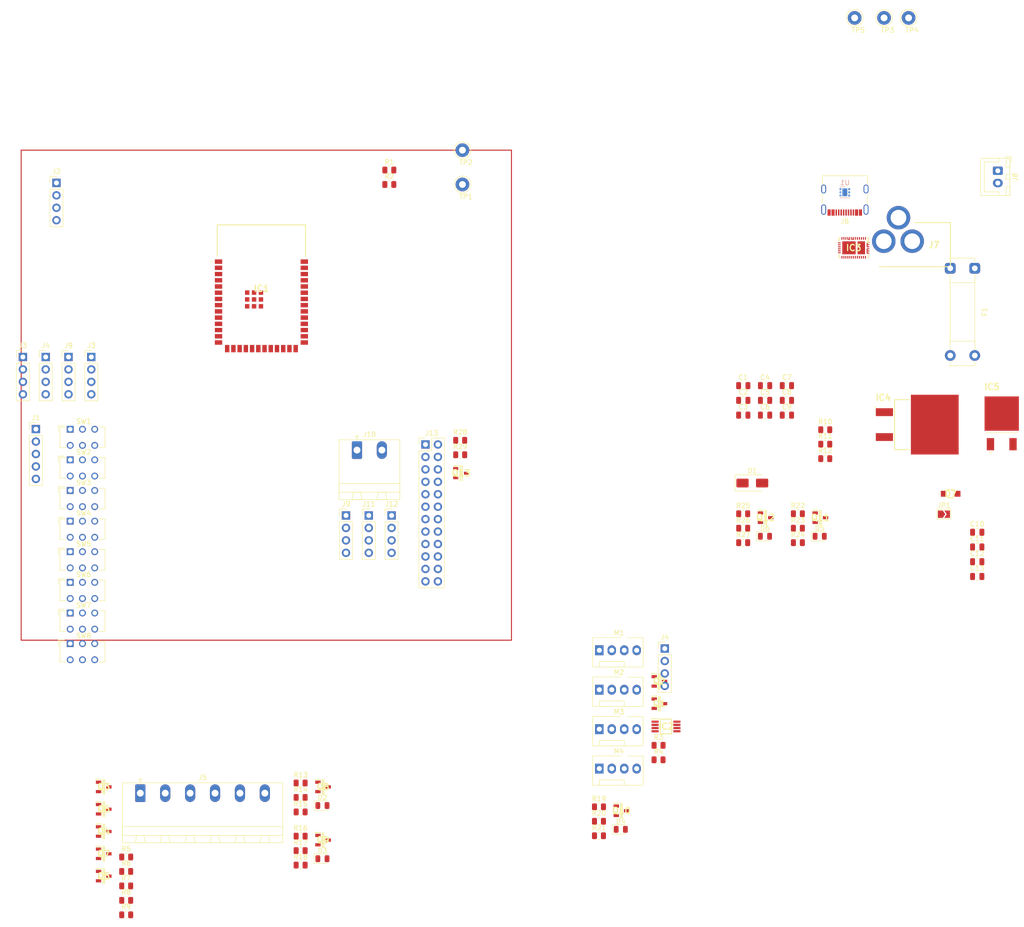
<source format=kicad_pcb>
(kicad_pcb (version 20221018) (generator pcbnew)
  (layers (0 "F.Cu" signal) (31 "B.Cu" signal) (34 "B.Paste" user) (35 "F.Paste" user) (36 "B.SilkS" user "B.Silkscreen") (37 "F.SilkS" user "F.Silkscreen") (38 "B.Mask" user) (39 "F.Mask" user) (44 "Edge.Cuts" user))
  (net 0 "")
  (net 1 "GND")
  (net 2 "Net-(D1-A)")
  (net 3 "LDO_3V3")
  (net 4 "Net-(C5-Pad1)")
  (net 5 "Net-(IC3-CC2)")
  (net 6 "Net-(IC3-CC1)")
  (net 7 "5V-24V")
  (net 8 "+5V")
  (net 9 "+3.3V")
  (net 10 "USB_PD_POWER")
  (net 11 "Net-(D2-K)")
  (net 12 "Net-(D3-K)")
  (net 13 "Net-(D4-K)")
  (net 14 "Net-(D5-K)")
  (net 15 "Net-(D6-K)")
  (net 16 "/HPin0")
  (net 17 "/HPin10")
  (net 18 "/HPin11")
  (net 19 "/HPin12")
  (net 20 "/HPin13")
  (net 21 "/HPin14")
  (net 22 "/HPin15")
  (net 23 "/HPin16")
  (net 24 "/HPin17")
  (net 25 "/USB_D-")
  (net 26 "/USB_D+")
  (net 27 "/R")
  (net 28 "/G")
  (net 29 "/B")
  (net 30 "/CW")
  (net 31 "/WW")
  (net 32 "/TX")
  (net 33 "/RX")
  (net 34 "/LD2410_I{slash}O")
  (net 35 "/Fan_pwm{slash}dc")
  (net 36 "I2C{slash}SMdata")
  (net 37 "I2C{slash}SMclk")
  (net 38 "/HPin9")
  (net 39 "/HPin8")
  (net 43 "/HPin7")
  (net 44 "/HPin6")
  (net 45 "/HPin5")
  (net 46 "/HPin4")
  (net 47 "/HPin3")
  (net 48 "/I2C{slash}SMdata")
  (net 49 "/I2C{slash}SMclk")
  (net 50 "/HPin2")
  (net 51 "/HPin1")
  (net 52 "Net-(IC2-DP)")
  (net 53 "Net-(IC2-DN)")
  (net 54 "FAN")
  (net 55 "TACH")
  (net 56 "Net-(IC3-ADCIN2)")
  (net 58 "CAP_MIS")
  (net 59 "DBG_ACC")
  (net 60 "PLUG_FLIP")
  (net 61 "Net-(IC3-DRAIN_PAD)")
  (net 62 "FAULT_IN")
  (net 63 "SINK_EN")
  (net 64 "PLUG_EVENT")
  (net 66 "Net-(J5-Pin_1)")
  (net 67 "Net-(J5-Pin_2)")
  (net 68 "Net-(J5-Pin_3)")
  (net 69 "Net-(J5-Pin_4)")
  (net 70 "Net-(J5-Pin_5)")
  (net 73 "MOS")
  (net 77 "/RX0")
  (net 78 "/TX0")
  (net 79 "Net-(Q8-G)")
  (net 80 "Net-(Q8-D)")
  (net 81 "Net-(Q9-G)")
  (net 82 "Net-(Q9-D)")
  (net 83 "Net-(Q10-G)")
  (net 84 "Net-(Q10-D)")
  (net 85 "Net-(Q11-G)")
  (net 86 "Net-(Q11-D)")
  (net 87 "CAO_MIS")
  (net 88 "Net-(J9-Pin_1)")
  (net 89 "Net-(J9-Pin_2)")
  (net 90 "Net-(J9-Pin_3)")
  (net 91 "Net-(J9-Pin_4)")
  (net 92 "Net-(J10-Pin_1)")
  (net 93 "Net-(J10-Pin_2)")
  (net 94 "Net-(J11-Pin_1)")
  (net 95 "Net-(J11-Pin_2)")
  (net 96 "Net-(J11-Pin_3)")
  (net 97 "Net-(J11-Pin_4)")
  (net 98 "Net-(J12-Pin_1)")
  (net 99 "Net-(J12-Pin_2)")
  (net 100 "Net-(J12-Pin_3)")
  (net 101 "Net-(J12-Pin_4)")
  (net 102 "Net-(J13-Pin_2)")
  (net 103 "Net-(Q12-G)")
  (net 104 "Net-(Q12-D)")
  (net 105 "Net-(J10-Pin_3)")
  (net 106 "Net-(J10-Pin_4)")
  (footprint "Resistor_SMD:R_0805_2012Metric" (layer "F.Cu") (at 150 141.46)
    (fp_text reference "R3" (at 0 -1.65) (layer "F.SilkS"))
    (fp_text value "2KOhm")
    (pad "1" smd roundrect (at -0.9125 0) (size 1.025 1.4) (layers "F.Cu" "F.Paste" "F.Mask") (roundrect_rratio 0.243902) (net 8 "+5V"))
    (pad "2" smd roundrect (at 0.9125 0) (size 1.025 1.4) (layers "F.Cu" "F.Paste" "F.Mask") (roundrect_rratio 0.243902) (net 54 "FAN"))
  )
  (footprint "LED_SMD:LED_0805_2012Metric" (layer "F.Cu") (at 171.71 98.795)
    (fp_text reference "D6" (at 0 -1.65) (layer "F.SilkS"))
    (fp_text value "LED")
    (pad "1" smd roundrect (at -0.9375 0) (size 0.975 1.4) (layers "F.Cu" "F.Paste" "F.Mask") (net 15 "Net-(D6-K)"))
    (pad "2" smd roundrect (at 0.9375 0) (size 0.975 1.4) (layers "F.Cu" "F.Paste" "F.Mask") (net 3 "LDO_3V3"))
  )
  (footprint "Resistor_SMD:R_0805_2012Metric" (layer "F.Cu") (at 184 80)
    (fp_text reference "R11" (at 0 -1.65) (layer "F.SilkS"))
    (fp_text value "110k")
    (pad "1" smd roundrect (at -0.9125 0) (size 1.025 1.4) (layers "F.Cu" "F.Paste" "F.Mask") (roundrect_rratio 0.243902) (net 3 "LDO_3V3"))
    (pad "2" smd roundrect (at 0.9125 0) (size 1.025 1.4) (layers "F.Cu" "F.Paste" "F.Mask") (roundrect_rratio 0.243902) (net 56 "Net-(IC3-ADCIN2)"))
  )
  (footprint "ComponentSearch:SOT96P240X110-3N" (layer "F.Cu") (at 36.835 154.4975)
    (fp_text reference "Q6" (at 0 0) (layer "F.SilkS") (effects (font (size 1.27 1.27) (thickness 0.254))))
    (fp_text value "DMN4035L-7" hide)
    (pad "1" smd rect (at -1.05 -0.96 90) (size 0.65 1.1) (layers "F.Cu" "F.Paste" "F.Mask") (net 28 "/G"))
    (pad "2" smd rect (at -1.05 0.96 90) (size 0.65 1.1) (layers "F.Cu" "F.Paste" "F.Mask") (net 1 "GND"))
    (pad "3" smd rect (at 1.05 0 90) (size 0.65 1.1) (layers "F.Cu" "F.Paste" "F.Mask") (net 69 "Net-(J5-Pin_4)"))
  )
  (footprint "Connector_PinHeader_2.54mm:PinHeader_1x05_P2.54mm_Vertical" (layer "F.Cu") (at 23 76.925)
    (fp_text reference "J1" (at 0 -2.33) (layer "F.SilkS"))
    (fp_text value "Conn_01x05")
    (pad "1" thru_hole rect (at 0 0) (size 1.7 1.7) (drill 1) (layers "*.Cu" "*.Mask") (net 8 "+5V"))
    (pad "2" thru_hole oval (at 0 2.54) (size 1.7 1.7) (drill 1) (layers "*.Cu" "*.Mask") (net 1 "GND"))
    (pad "3" thru_hole oval (at 0 5.08) (size 1.7 1.7) (drill 1) (layers "*.Cu" "*.Mask") (net 34 "/LD2410_I{slash}O"))
    (pad "4" thru_hole oval (at 0 7.62) (size 1.7 1.7) (drill 1) (layers "*.Cu" "*.Mask") (net 33 "/RX"))
    (pad "5" thru_hole oval (at 0 10.16) (size 1.7 1.7) (drill 1) (layers "*.Cu" "*.Mask") (net 32 "/TX"))
  )
  (footprint "Resistor_SMD:R_0805_2012Metric" (layer "F.Cu") (at 76.995 165.8975)
    (fp_text reference "R18" (at 0 -1.65) (layer "F.SilkS"))
    (fp_text value "33K")
    (pad "1" smd roundrect (at -0.9125 0) (size 1.025 1.4) (layers "F.Cu" "F.Paste" "F.Mask") (roundrect_rratio 0.243902) (net 12 "Net-(D3-K)"))
    (pad "2" smd roundrect (at 0.9125 0) (size 1.025 1.4) (layers "F.Cu" "F.Paste" "F.Mask") (roundrect_rratio 0.243902) (net 82 "Net-(Q9-D)"))
  )
  (footprint "Button_Switch_THT:SW_CuK_JS202011CQN_DPDT_Straight" (layer "F.Cu") (at 30 114.45)
    (fp_text reference "SW7" (at 2.75 -1.6) (layer "F.SilkS"))
    (fp_text value "SW_DPDT_x2")
    (pad "1" thru_hole rect (at 0 0) (size 1.4 1.4) (drill 0.9) (layers "*.Cu" "*.Mask") (net 96 "Net-(J11-Pin_3)"))
    (pad "2" thru_hole circle (at 2.5 0) (size 1.4 1.4) (drill 0.9) (layers "*.Cu" "*.Mask") (net 36 "I2C{slash}SMdata"))
    (pad "3" thru_hole circle (at 5 0) (size 1.4 1.4) (drill 0.9) (layers "*.Cu" "*.Mask") (net 97 "Net-(J11-Pin_4)"))
    (pad "4" thru_hole circle (at 0 3.3) (size 1.4 1.4) (drill 0.9) (layers "*.Cu" "*.Mask") (net 97 "Net-(J11-Pin_4)"))
    (pad "5" thru_hole circle (at 2.5 3.3) (size 1.4 1.4) (drill 0.9) (layers "*.Cu" "*.Mask") (net 37 "I2C{slash}SMclk"))
    (pad "6" thru_hole circle (at 5 3.3) (size 1.4 1.4) (drill 0.9) (layers "*.Cu" "*.Mask") (net 96 "Net-(J11-Pin_3)"))
  )
  (footprint "Resistor_SMD:R_0805_2012Metric" (layer "F.Cu") (at 95.0875 24.05)
    (fp_text reference "R1" (at 0 -1.65) (layer "F.SilkS"))
    (fp_text value "10KOhm")
    (pad "1" smd roundrect (at -0.9125 0) (size 1.025 1.4) (layers "F.Cu" "F.Paste" "F.Mask") (roundrect_rratio 0.243902) (net 9 "+3.3V"))
    (pad "2" smd roundrect (at 0.9125 0) (size 1.025 1.4) (layers "F.Cu" "F.Paste" "F.Mask") (roundrect_rratio 0.243902) (net 49 "/I2C{slash}SMclk"))
  )
  (footprint "Capacitor_SMD:C_0805_2012Metric" (layer "F.Cu") (at 171.73 74.07)
    (fp_text reference "C6" (at 0 -1.68) (layer "F.SilkS"))
    (fp_text value "330pF")
    (pad "1" smd roundrect (at -0.95 0) (size 1 1.45) (layers "F.Cu" "F.Paste" "F.Mask") (net 5 "Net-(IC3-CC2)"))
    (pad "2" smd roundrect (at 0.95 0) (size 1 1.45) (layers "F.Cu" "F.Paste" "F.Mask") (net 1 "GND"))
  )
  (footprint "Button_Switch_THT:SW_CuK_JS202011CQN_DPDT_Straight" (layer "F.Cu") (at 30 83.2)
    (fp_text reference "SW2" (at 2.75 -1.6) (layer "F.SilkS"))
    (fp_text value "SW_DPDT_x2")
    (pad "1" thru_hole rect (at 0 0) (size 1.4 1.4) (drill 0.9) (layers "*.Cu" "*.Mask") (net 92 "Net-(J10-Pin_1)"))
    (pad "2" thru_hole circle (at 2.5 0) (size 1.4 1.4) (drill 0.9) (layers "*.Cu" "*.Mask") (net 9 "+3.3V"))
    (pad "3" thru_hole circle (at 5 0) (size 1.4 1.4) (drill 0.9) (layers "*.Cu" "*.Mask") (net 93 "Net-(J10-Pin_2)"))
    (pad "4" thru_hole circle (at 0 3.3) (size 1.4 1.4) (drill 0.9) (layers "*.Cu" "*.Mask") (net 93 "Net-(J10-Pin_2)"))
    (pad "5" thru_hole circle (at 2.5 3.3) (size 1.4 1.4) (drill 0.9) (layers "*.Cu" "*.Mask") (net 1 "GND"))
    (pad "6" thru_hole circle (at 5 3.3) (size 1.4 1.4) (drill 0.9) (layers "*.Cu" "*.Mask") (net 92 "Net-(J10-Pin_1)"))
  )
  (footprint "ComponentSearch:SOT96P240X110-3N" (layer "F.Cu") (at 81.575 149.9475)
    (fp_text reference "Q8" (at 0 0) (layer "F.SilkS") (effects (font (size 1.27 1.27) (thickness 0.254))))
    (fp_text value "DMN4035L-7" hide)
    (pad "1" smd rect (at -1.05 -0.96 90) (size 0.65 1.1) (layers "F.Cu" "F.Paste" "F.Mask") (net 79 "Net-(Q8-G)"))
    (pad "2" smd rect (at -1.05 0.96 90) (size 0.65 1.1) (layers "F.Cu" "F.Paste" "F.Mask") (net 1 "GND"))
    (pad "3" smd rect (at 1.05 0 90) (size 0.65 1.1) (layers "F.Cu" "F.Paste" "F.Mask") (net 80 "Net-(Q8-D)"))
  )
  (footprint "Connector:FanPinHeader_1x04_P2.54mm_Vertical" (layer "F.Cu") (at 137.92 138.16)
    (fp_text reference "M3" (at 4 -3.55) (layer "F.SilkS"))
    (fp_text value "Fan_4pin")
    (pad "" np_thru_hole circle (at 5.08 -2.16 90) (size 1.1 1.1) (drill 1.1) (layers "*.Cu" "*.Mask"))
    (pad "1" thru_hole rect (at 0 0 90) (size 2.03 1.73) (drill 1.02) (layers "*.Cu" "*.Mask") (net 73 "MOS"))
    (pad "2" thru_hole oval (at 2.54 0 90) (size 2.03 1.73) (drill 1.02) (layers "*.Cu" "*.Mask") (net 7 "5V-24V"))
    (pad "3" thru_hole oval (at 5.08 0 90) (size 2.03 1.73) (drill 1.02) (layers "*.Cu" "*.Mask"))
    (pad "4" thru_hole oval (at 7.62 0 90) (size 2.03 1.73) (drill 1.02) (layers "*.Cu" "*.Mask") (net 54 "FAN"))
  )
  (footprint "Capacitor_SMD:C_0805_2012Metric" (layer "F.Cu") (at 215 103.99)
    (fp_text reference "C12" (at 0 -1.68) (layer "F.SilkS"))
    (fp_text value "1uF")
    (pad "1" smd roundrect (at -0.95 0) (size 1 1.45) (layers "F.Cu" "F.Paste" "F.Mask") (net 8 "+5V"))
    (pad "2" smd roundrect (at 0.95 0) (size 1 1.45) (layers "F.Cu" "F.Paste" "F.Mask") (net 1 "GND"))
  )
  (footprint "Capacitor_SMD:C_0805_2012Metric" (layer "F.Cu") (at 167.28 74.07)
    (fp_text reference "C3" (at 0 -1.68) (layer "F.SilkS"))
    (fp_text value "10uF")
    (pad "1" smd roundrect (at -0.95 0) (size 1 1.45) (layers "F.Cu" "F.Paste" "F.Mask") (net 3 "LDO_3V3"))
    (pad "2" smd roundrect (at 0.95 0) (size 1 1.45) (layers "F.Cu" "F.Paste" "F.Mask") (net 1 "GND"))
  )
  (footprint "Connector:FanPinHeader_1x04_P2.54mm_Vertical" (layer "F.Cu") (at 137.92 146.21)
    (fp_text reference "M4" (at 4 -3.55) (layer "F.SilkS"))
    (fp_text value "Fan_4pin")
    (pad "" np_thru_hole circle (at 5.08 -2.16 90) (size 1.1 1.1) (drill 1.1) (layers "*.Cu" "*.Mask"))
    (pad "1" thru_hole rect (at 0 0 90) (size 2.03 1.73) (drill 1.02) (layers "*.Cu" "*.Mask") (net 73 "MOS"))
    (pad "2" thru_hole oval (at 2.54 0 90) (size 2.03 1.73) (drill 1.02) (layers "*.Cu" "*.Mask") (net 7 "5V-24V"))
    (pad "3" thru_hole oval (at 5.08 0 90) (size 2.03 1.73) (drill 1.02) (layers "*.Cu" "*.Mask"))
    (pad "4" thru_hole oval (at 7.62 0 90) (size 2.03 1.73) (drill 1.02) (layers "*.Cu" "*.Mask") (net 54 "FAN"))
  )
  (footprint "ComponentSearch:TPS25730DREFR" (layer "F.Cu") (at 189.8 39.925)
    (fp_text reference "IC3" (at 0 0) (layer "F.SilkS") (effects (font (size 1.27 1.27) (thickness 0.254))))
    (fp_text value "TPS25730DREFR" hide)
    (pad "1" smd rect (at -2.925 -1 90) (size 0.2 0.55) (layers "F.Cu" "F.Paste" "F.Mask") (net 3 "LDO_3V3"))
    (pad "2" smd rect (at -2.925 -0.6 90) (size 0.2 0.55) (layers "F.Cu" "F.Paste" "F.Mask") (net 1 "GND"))
    (pad "3" smd rect (at -2.925 -0.2 90) (size 0.2 0.55) (layers "F.Cu" "F.Paste" "F.Mask") (net 56 "Net-(IC3-ADCIN2)"))
    (pad "4" smd rect (at -2.925 0.2 90) (size 0.2 0.55) (layers "F.Cu" "F.Paste" "F.Mask"))
    (pad "5" smd rect (at -2.925 0.6 90) (size 0.2 0.55) (layers "F.Cu" "F.Paste" "F.Mask") (net 1 "GND"))
    (pad "6" smd rect (at -2.925 1 90) (size 0.2 0.55) (layers "F.Cu" "F.Paste" "F.Mask") (net 58 "CAP_MIS"))
    (pad "7" smd rect (at -2.4 1.925) (size 0.2 0.55) (layers "F.Cu" "F.Paste" "F.Mask") (net 3 "LDO_3V3"))
    (pad "8" smd rect (at -2 1.925) (size 0.2 0.55) (layers "F.Cu" "F.Paste" "F.Mask") (net 36 "I2C{slash}SMdata"))
    (pad "9" smd rect (at -1.6 1.925) (size 0.2 0.55) (layers "F.Cu" "F.Paste" "F.Mask") (net 37 "I2C{slash}SMclk"))
    (pad "10" smd rect (at -1.2 1.925) (size 0.2 0.55) (layers "F.Cu" "F.Paste" "F.Mask") (net 59 "DBG_ACC"))
    (pad "11" smd rect (at -0.8 1.925) (size 0.2 0.55) (layers "F.Cu" "F.Paste" "F.Mask") (net 1 "GND"))
    (pad "12" smd rect (at -0.4 1.925) (size 0.2 0.55) (layers "F.Cu" "F.Paste" "F.Mask") (net 1 "GND"))
    (pad "13" smd rect (at 0 1.925) (size 0.2 0.55) (layers "F.Cu" "F.Paste" "F.Mask") (net 60 "PLUG_FLIP"))
    (pad "14" smd rect (at 0.4 1.925) (size 0.2 0.55) (layers "F.Cu" "F.Paste" "F.Mask") (net 1 "GND"))
    (pad "15" smd rect (at 0.8 1.925) (size 0.2 0.55) (layers "F.Cu" "F.Paste" "F.Mask") (net 61 "Net-(IC3-DRAIN_PAD)"))
    (pad "16" smd rect (at 1.2 1.925) (size 0.2 0.55) (layers "F.Cu" "F.Paste" "F.Mask") (net 1 "GND"))
    (pad "17" smd rect (at 1.6 1.925) (size 0.2 0.55) (layers "F.Cu" "F.Paste" "F.Mask") (net 1 "GND"))
    (pad "18" smd rect (at 2 1.925) (size 0.2 0.55) (layers "F.Cu" "F.Paste" "F.Mask") (net 62 "FAULT_IN"))
    (pad "19" smd rect (at 2.4 1.925) (size 0.2 0.55) (layers "F.Cu" "F.Paste" "F.Mask") (net 63 "SINK_EN"))
    (pad "20" smd rect (at 3.025 1.1 90) (size 0.2 0.35) (layers "F.Cu" "F.Paste" "F.Mask") (net 2 "Net-(D1-A)"))
    (pad "21" smd rect (at 3.025 0.65 90) (size 0.2 0.35) (layers "F.Cu" "F.Paste" "F.Mask") (net 2 "Net-(D1-A)"))
    (pad "22" smd rect (at 3.025 0.2 90) (size 0.2 0.35) (layers "F.Cu" "F.Paste" "F.Mask") (net 2 "Net-(D1-A)"))
    (pad "23" smd rect (at 3.025 -0.2 90) (size 0.2 0.35) (layers "F.Cu" "F.Paste" "F.Mask") (net 4 "Net-(C5-Pad1)"))
    (pad "24" smd rect (at 3.025 -0.65 90) (size 0.2 0.35) (layers "F.Cu" "F.Paste" "F.Mask") (net 4 "Net-(C5-Pad1)"))
    (pad "25" smd rect (at 3.025 -1.1 90) (size 0.2 0.35) (layers "F.Cu" "F.Paste" "F.Mask") (net 4 "Net-(C5-Pad1)"))
    (pad "26" smd rect (at 2.4 -1.925) (size 0.2 0.55) (layers "F.Cu" "F.Paste" "F.Mask") (net 1 "GND"))
    (pad "27" smd rect (at 2 -1.925) (size 0.2 0.55) (layers "F.Cu" "F.Paste" "F.Mask") (net 1 "GND"))
    (pad "28" smd rect (at 1.6 -1.925) (size 0.2 0.55) (layers "F.Cu" "F.Paste" "F.Mask") (net 6 "Net-(IC3-CC1)"))
    (pad "29" smd rect (at 1.2 -1.925) (size 0.2 0.55) (layers "F.Cu" "F.Paste" "F.Mask") (net 5 "Net-(IC3-CC2)"))
    (pad "30" smd rect (at 0.8 -1.925) (size 0.2 0.55) (layers "F.Cu" "F.Paste" "F.Mask") (net 61 "Net-(IC3-DRAIN_PAD)"))
    (pad "31" smd rect (at 0.4 -1.925) (size 0.2 0.55) (layers "F.Cu" "F.Paste" "F.Mask") (net 1 "GND"))
    (pad "32" smd rect (at -0.001 -2.025) (size 0.2 0.35) (layers "F.Cu" "F.Paste" "F.Mask") (net 4 "Net-(C5-Pad1)"))
    (pad "33" smd rect (at -0.401 -2.025) (size 0.2 0.35) (layers "F.Cu" "F.Paste" "F.Mask") (net 4 "Net-(C5-Pad1)"))
    (pad "34" smd rect (at -0.801 -2.025) (size 0.2 0.35) (layers "F.Cu" "F.Paste" "F.Mask") (net 1 "GND"))
    (pad "35" smd rect (at -1.201 -2.025) (size 0.2 0.35) (layers "F.Cu" "F.Paste" "F.Mask") (net 1 "GND"))
    (pad "36" smd rect (at -1.6 -1.925) (size 0.2 0.55) (layers "F.Cu" "F.Paste" "F.Mask") (net 1 "GND"))
    (pad "37" smd rect (at -2 -1.925) (size 0.2 0.55) (layers "F.Cu" "F.Paste" "F.Mask") (net 64 "PLUG_EVENT"))
    (pad "38" smd rect (at -2.4 -1.925) (size 0.2 0.55) (layers "F.Cu" "F.Paste" "F.Mask"))
    (pad "39" smd rect (at -0.965 0 90) (size 2.65 2.72) (layers "F.Cu" "F.Paste" "F.Mask") (net 1 "GND"))
    (pad "40" smd rect (at 1.56 0) (size 1.53 2.65) (layers "F.Cu" "F.Paste" "F.Mask") (net 61 "Net-(IC3-DRAIN_PAD)"))
    (pad "41" smd rect (at 2.749 0.65) (size 0.2 1.1) (layers "F.Cu" "F.Paste" "F.Mask") (net 2 "Net-(D1-A)"))
    (pad "42" smd rect (at 2.75 -0.65) (size 0.2 1.1) (layers "F.Cu" "F.Paste" "F.Mask") (net 4 "Net-(C5-Pad1)"))
    (pad "43" smd rect (at -0.201 -1.75 90) (size 0.2 0.6) (layers "F.Cu" "F.Paste" "F.Mask") (net 4 "Net-(C5-Pad1)"))
    (pad "44" smd rect (at -1.001 -1.75 90) (size 0.2 0.6) (layers "F.Cu" "F.Paste" "F.Mask") (net 1 "GND"))
  )
  (footprint "Button_Switch_THT:SW_CuK_JS202011CQN_DPDT_Straight" (layer "F.Cu") (at 30 101.95)
    (fp_text reference "SW5" (at 2.75 -1.6) (layer "F.SilkS"))
    (fp_text value "SW_DPDT_x2")
    (pad "1" thru_hole rect (at 0 0) (size 1.4 1.4) (drill 0.9) (layers "*.Cu" "*.Mask") (net 94 "Net-(J11-Pin_1)"))
    (pad "2" thru_hole circle (at 2.5 0) (size 1.4 1.4) (drill 0.9) (layers "*.Cu" "*.Mask") (net 9 "+3.3V"))
    (pad "3" thru_hole circle (at 5 0) (size 1.4 1.4) (drill 0.9) (layers "*.Cu" "*.Mask") (net 95 "Net-(J11-Pin_2)"))
    (pad "4" thru_hole circle (at 0 3.3) (size 1.4 1.4) (drill 0.9) (layers "*.Cu" "*.Mask") (net 95 "Net-(J11-Pin_2)"))
    (pad "5" thru_hole circle (at 2.5 3.3) (size 1.4 1.4) (drill 0.9) (layers "*.Cu" "*.Mask") (net 1 "GND"))
    (pad "6" thru_hole circle (at 5 3.3) (size 1.4 1.4) (drill 0.9) (layers "*.Cu" "*.Mask") (net 94 "Net-(J11-Pin_1)"))
  )
  (footprint "Resistor_SMD:R_0805_2012Metric" (layer "F.Cu") (at 95.0875 27)
    (fp_text reference "R2" (at 0 -1.65) (layer "F.SilkS"))
    (fp_text value "10KOhm")
    (pad "1" smd roundrect (at -0.9125 0) (size 1.025 1.4) (layers "F.Cu" "F.Paste" "F.Mask") (roundrect_rratio 0.243902) (net 9 "+3.3V"))
    (pad "2" smd roundrect (at 0.9125 0) (size 1.025 1.4) (layers "F.Cu" "F.Paste" "F.Mask") (roundrect_rratio 0.243902) (net 48 "/I2C{slash}SMdata"))
  )
  (footprint "Diode_SMD:D_SMA" (layer "F.Cu") (at 169.125 87.93)
    (fp_text reference "D1" (at 0 -2.5) (layer "F.SilkS"))
    (fp_text value "D_Schottky")
    (pad "1" smd roundrect (at -2 0) (size 2.5 1.8) (layers "F.Cu" "F.Paste" "F.Mask") (roundrect_rratio 0.1388888889) (net 10 "USB_PD_POWER"))
    (pad "2" smd roundrect (at 2 0) (size 2.5 1.8) (layers "F.Cu" "F.Paste" "F.Mask") (roundrect_rratio 0.1388888889) (net 2 "Net-(D1-A)"))
  )
  (footprint "Resistor_SMD:R_0805_2012Metric" (layer "F.Cu") (at 76.995 159.9975)
    (fp_text reference "R16" (at 0 -1.65) (layer "F.SilkS"))
    (fp_text value "11K")
    (pad "1" smd roundrect (at -0.9125 0) (size 1.025 1.4) (layers "F.Cu" "F.Paste" "F.Mask") (roundrect_rratio 0.243902) (net 3 "LDO_3V3"))
    (pad "2" smd roundrect (at 0.9125 0) (size 1.025 1.4) (layers "F.Cu" "F.Paste" "F.Mask") (roundrect_rratio 0.243902) (net 63 "SINK_EN"))
  )
  (footprint "Connector_PinHeader_2.54mm:PinHeader_1x04_P2.54mm_Vertical" (layer "F.Cu") (at 95.55 94.55)
    (fp_text reference "J12" (at 0 -2.33) (layer "F.SilkS"))
    (fp_text value "Conn_01x04")
    (pad "1" thru_hole rect (at 0 0) (size 1.7 1.7) (drill 1) (layers "*.Cu" "*.Mask") (net 98 "Net-(J12-Pin_1)"))
    (pad "2" thru_hole oval (at 0 2.54) (size 1.7 1.7) (drill 1) (layers "*.Cu" "*.Mask") (net 99 "Net-(J12-Pin_2)"))
    (pad "3" thru_hole oval (at 0 5.08) (size 1.7 1.7) (drill 1) (layers "*.Cu" "*.Mask") (net 100 "Net-(J12-Pin_3)"))
    (pad "4" thru_hole oval (at 0 7.62) (size 1.7 1.7) (drill 1) (layers "*.Cu" "*.Mask") (net 101 "Net-(J12-Pin_4)"))
  )
  (footprint "Jumper:SolderJumper-2_P1.3mm_Open_TrianglePad1.0x1.5mm" (layer "F.Cu") (at 208.21 94.29)
    (fp_text reference "JP1" (at 0 -1.8) (layer "F.SilkS"))
    (fp_text value "SolderJumper_2_Open")
    (pad "1" smd custom (at -0.725 0) (size 0.3 0.3) (layers "F.Cu" "F.Mask") (net 7 "5V-24V") (options (clearance outline) (anchor rect)) (primitives (gr_poly (pts (xy 1 0) (xy 0.5 0.75) (xy -0.5 0.75) (xy -0.5 -0.75) (xy 0.5 -0.75)) (width 0) (fill yes))))
    (pad "2" smd custom (at 0.725 0) (size 0.3 0.3) (layers "F.Cu" "F.Mask") (net 8 "+5V") (options (clearance outline) (anchor rect)) (primitives (gr_poly (pts (xy 0.5 0.75) (xy -0.65 0.75) (xy -0.15 0) (xy -0.65 -0.75) (xy 0.5 -0.75)) (width 0) (fill yes))))
  )
  (footprint "Button_Switch_THT:SW_CuK_JS202011CQN_DPDT_Straight" (layer "F.Cu") (at 30 108.2)
    (fp_text reference "SW6" (at 2.75 -1.6) (layer "F.SilkS"))
    (fp_text value "SW_DPDT_x2")
    (pad "1" thru_hole rect (at 0 0) (size 1.4 1.4) (drill 0.9) (layers "*.Cu" "*.Mask") (net 98 "Net-(J12-Pin_1)"))
    (pad "2" thru_hole circle (at 2.5 0) (size 1.4 1.4) (drill 0.9) (layers "*.Cu" "*.Mask") (net 9 "+3.3V"))
    (pad "3" thru_hole circle (at 5 0) (size 1.4 1.4) (drill 0.9) (layers "*.Cu" "*.Mask") (net 99 "Net-(J12-Pin_2)"))
    (pad "4" thru_hole circle (at 0 3.3) (size 1.4 1.4) (drill 0.9) (layers "*.Cu" "*.Mask") (net 99 "Net-(J12-Pin_2)"))
    (pad "5" thru_hole circle (at 2.5 3.3) (size 1.4 1.4) (drill 0.9) (layers "*.Cu" "*.Mask") (net 1 "GND"))
    (pad "6" thru_hole circle (at 5 3.3) (size 1.4 1.4) (drill 0.9) (layers "*.Cu" "*.Mask") (net 98 "Net-(J12-Pin_1)"))
  )
  (footprint "Resistor_SMD:R_0805_2012Metric" (layer "F.Cu") (at 184 82.95)
    (fp_text reference "R12" (at 0 -1.65) (layer "F.SilkS"))
    (fp_text value "6.8k")
    (pad "1" smd roundrect (at -0.9125 0) (size 1.025 1.4) (layers "F.Cu" "F.Paste" "F.Mask") (roundrect_rratio 0.243902) (net 56 "Net-(IC3-ADCIN2)"))
    (pad "2" smd roundrect (at 0.9125 0) (size 1.025 1.4) (layers "F.Cu" "F.Paste" "F.Mask") (roundrect_rratio 0.243902) (net 1 "GND"))
  )
  (footprint "Connector_PinHeader_2.54mm:PinHeader_1x04_P2.54mm_Vertical" (layer "F.Cu") (at 90.9 94.55)
    (fp_text reference "J11" (at 0 -2.33) (layer "F.SilkS"))
    (fp_text value "Conn_01x04")
    (pad "1" thru_hole rect (at 0 0) (size 1.7 1.7) (drill 1) (layers "*.Cu" "*.Mask") (net 94 "Net-(J11-Pin_1)"))
    (pad "2" thru_hole oval (at 0 2.54) (size 1.7 1.7) (drill 1) (layers "*.Cu" "*.Mask") (net 95 "Net-(J11-Pin_2)"))
    (pad "3" thru_hole oval (at 0 5.08) (size 1.7 1.7) (drill 1) (layers "*.Cu" "*.Mask") (net 96 "Net-(J11-Pin_3)"))
    (pad "4" thru_hole oval (at 0 7.62) (size 1.7 1.7) (drill 1) (layers "*.Cu" "*.Mask") (net 97 "Net-(J11-Pin_4)"))
  )
  (footprint "ComponentSearch:SOT95P230X110-3N" (layer "F.Cu") (at 109.735 85.91)
    (fp_text reference "Q13" (at 0 0) (layer "F.SilkS") (effects (font (size 1.27 1.27) (thickness 0.254))))
    (fp_text value "2N7002NXAKR" hide)
    (pad "1" smd rect (at -1.1 -0.95 90) (size 0.6 1.05) (layers "F.Cu" "F.Paste" "F.Mask") (net 9 "+3.3V"))
    (pad "2" smd rect (at -1.1 0.95 90) (size 0.6 1.05) (layers "F.Cu" "F.Paste" "F.Mask") (net 38 "/HPin9"))
    (pad "3" smd rect (at 1.1 0 90) (size 0.6 1.05) (layers "F.Cu" "F.Paste" "F.Mask") (net 102 "Net-(J13-Pin_2)"))
  )
  (footprint "Capacitor_SMD:C_0805_2012Metric" (layer "F.Cu") (at 176.18 74.07)
    (fp_text reference "C9" (at 0 -1.68) (layer "F.SilkS"))
    (fp_text value "0.01uF")
    (pad "1" smd roundrect (at -0.95 0) (size 1 1.45) (layers "F.Cu" "F.Paste" "F.Mask") (net 4 "Net-(C5-Pad1)"))
    (pad "2" smd roundrect (at 0.95 0) (size 1 1.45) (layers "F.Cu" "F.Paste" "F.Mask") (net 1 "GND"))
  )
  (footprint "Resistor_SMD:R_0805_2012Metric" (layer "F.Cu") (at 41.415 170.1475)
    (fp_text reference "R7" (at 0 -1.65) (layer "F.SilkS"))
    (fp_text value "2K")
    (pad "1" smd roundrect (at -0.9125 0) (size 1.025 1.4) (layers "F.Cu" "F.Paste" "F.Mask") (roundrect_rratio 0.243902) (net 9 "+3.3V"))
    (pad "2" smd roundrect (at 0.9125 0) (size 1.025 1.4) (layers "F.Cu" "F.Paste" "F.Mask") (roundrect_rratio 0.243902) (net 31 "/WW"))
  )
  (footprint "TestPoint:TestPoint_Loop_D2.60mm_Drill1.4mm_Beaded" (layer "F.Cu") (at 110 20)
    (fp_text reference "TP2" (at 0.7 2.5) (layer "F.SilkS"))
    (fp_text value "SCL")
    (pad "1" thru_hole circle (at 0 0) (size 2.8 2.8) (drill 1.4) (layers "*.Cu" "*.Mask") (net 49 "/I2C{slash}SMclk"))
  )
  (footprint "ComponentSearch:SOT96P240X110-3N" (layer "F.Cu") (at 142.43 154.81)
    (fp_text reference "Q10" (at 0 0) (layer "F.SilkS") (effects (font (size 1.27 1.27) (thickness 0.254))))
    (fp_text value "DMN4035L-7" hide)
    (pad "1" smd rect (at -1.05 -0.96 90) (size 0.65 1.1) (layers "F.Cu" "F.Paste" "F.Mask") (net 83 "Net-(Q10-G)"))
    (pad "2" smd rect (at -1.05 0.96 90) (size 0.65 1.1) (layers "F.Cu" "F.Paste" "F.Mask") (net 1 "GND"))
    (pad "3" smd rect (at 1.05 0 90) (size 0.65 1.1) (layers "F.Cu" "F.Paste" "F.Mask") (net 84 "Net-(Q10-D)"))
  )
  (footprint "ComponentSearch:SOT96P240X110-3N" (layer "F.Cu") (at 81.575 160.7975)
    (fp_text reference "Q9" (at 0 0) (layer "F.SilkS") (effects (font (size 1.27 1.27) (thickness 0.254))))
    (fp_text value "DMN4035L-7" hide)
    (pad "1" smd rect (at -1.05 -0.96 90) (size 0.65 1.1) (layers "F.Cu" "F.Paste" "F.Mask") (net 81 "Net-(Q9-G)"))
    (pad "2" smd rect (at -1.05 0.96 90) (size 0.65 1.1) (layers "F.Cu" "F.Paste" "F.Mask") (net 1 "GND"))
    (pad "3" smd rect (at 1.05 0 90) (size 0.65 1.1) (layers "F.Cu" "F.Paste" "F.Mask") (net 82 "Net-(Q9-D)"))
  )
  (footprint "Resistor_SMD:R_0805_2012Metric" (layer "F.Cu") (at 41.415 167.1975)
    (fp_text reference "R6" (at 0 -1.65) (layer "F.SilkS"))
    (fp_text value "2K")
    (pad "1" smd roundrect (at -0.9125 0) (size 1.025 1.4) (layers "F.Cu" "F.Paste" "F.Mask") (roundrect_rratio 0.243902) (net 9 "+3.3V"))
    (pad "2" smd roundrect (at 0.9125 0) (size 1.025 1.4) (layers "F.Cu" "F.Paste" "F.Mask") (roundrect_rratio 0.243902) (net 29 "/B"))
  )
  (footprint "Resistor_SMD:R_0805_2012Metric" (layer "F.Cu") (at 109.54 82.16)
    (fp_text reference "R29" (at 0 -1.65) (layer "F.SilkS"))
    (fp_text value "10K")
    (pad "1" smd roundrect (at -0.9125 0) (size 1.025 1.4) (layers "F.Cu" "F.Paste" "F.Mask") (roundrect_rratio 0.243902) (net 8 "+5V"))
    (pad "2" smd roundrect (at 0.9125 0) (size 1.025 1.4) (layers "F.Cu" "F.Paste" "F.Mask") (roundrect_rratio 0.243902) (net 102 "Net-(J13-Pin_2)"))
  )
  (footprint "Resistor_SMD:R_0805_2012Metric" (layer "F.Cu") (at 41.415 164.2475)
    (fp_text reference "R5" (at 0 -1.65) (layer "F.SilkS"))
    (fp_text value "2K")
    (pad "1" smd roundrect (at -0.9125 0) (size 1.025 1.4) (layers "F.Cu" "F.Paste" "F.Mask") (roundrect_rratio 0.243902) (net 9 "+3.3V"))
    (pad "2" smd roundrect (at 0.9125 0) (size 1.025 1.4) (layers "F.Cu" "F.Paste" "F.Mask") (roundrect_rratio 0.243902) (net 27 "/R"))
  )
  (footprint "TestPoint:TestPoint_Loop_D2.60mm_Drill1.4mm_Beaded" (layer "F.Cu") (at 196 -7)
    (fp_text reference "TP3" (at 0.7 2.5) (layer "F.SilkS"))
    (fp_text value "CC2")
    (pad "1" thru_hole circle (at 0 0) (size 2.8 2.8) (drill 1.4) (layers "*.Cu" "*.Mask") (net 6 "Net-(IC3-CC1)"))
  )
  (footprint "Capacitor_SMD:C_0805_2012Metric" (layer "F.Cu") (at 215 107)
    (fp_text reference "C13" (at 0 -1.68) (layer "F.SilkS"))
    (fp_text value "10uF")
    (pad "1" smd roundrect (at -0.95 0) (size 1 1.45) (layers "F.Cu" "F.Paste" "F.Mask") (net 9 "+3.3V"))
    (pad "2" smd roundrect (at 0.95 0) (size 1 1.45) (layers "F.Cu" "F.Paste" "F.Mask") (net 1 "GND"))
  )
  (footprint "Button_Switch_THT:SW_CuK_JS202011CQN_DPDT_Straight" (layer "F.Cu") (at 30 95.7)
    (fp_text reference "SW4" (at 2.75 -1.6) (layer "F.SilkS"))
    (fp_text value "SW_DPDT_x2")
    (pad "1" thru_hole rect (at 0 0) (size 1.4 1.4) (drill 0.9) (layers "*.Cu" "*.Mask") (net 105 "Net-(J10-Pin_3)"))
    (pad "2" thru_hole circle (at 2.5 0) (size 1.4 1.4) (drill 0.9) (layers "*.Cu" "*.Mask") (net 36 "I2C{slash}SMdata"))
    (pad "3" thru_hole circle (at 5 0) (size 1.4 1.4) (drill 0.9) (layers "*.Cu" "*.Mask") (net 106 "Net-(J10-Pin_4)"))
    (pad "4" thru_hole circle (at 0 3.3) (size 1.4 1.4) (drill 0.9) (layers "*.Cu" "*.Mask") (net 106 "Net-(J10-Pin_4)"))
    (pad "5" thru_hole circle (at 2.5 3.3) (size 1.4 1.4) (drill 0.9) (layers "*.Cu" "*.Mask") (net 37 "I2C{slash}SMclk"))
    (pad "6" thru_hole circle (at 5 3.3) (size 1.4 1.4) (drill 0.9) (layers "*.Cu" "*.Mask") (net 105 "Net-(J10-Pin_3)"))
  )
  (footprint "Resistor_SMD:R_0805_2012Metric" (layer "F.Cu") (at 137.85 159.91)
    (fp_text reference "R21" (at 0 -1.65) (layer "F.SilkS"))
    (fp_text value "33K")
    (pad "1" smd roundrect (at -0.9125 0) (size 1.025 1.4) (layers "F.Cu" "F.Paste" "F.Mask") (roundrect_rratio 0.243902) (net 13 "Net-(D4-K)"))
    (pad "2" smd roundrect (at 0.9125 0) (size 1.025 1.4) (layers "F.Cu" "F.Paste" "F.Mask") (roundrect_rratio 0.243902) (net 84 "Net-(Q10-D)"))
  )
  (footprint "Button_Switch_THT:SW_CuK_JS202011CQN_DPDT_Straight" (layer "F.Cu") (at 30 89.45)
    (fp_text reference "SW3" (at 2.75 -1.6) (layer "F.SilkS"))
    (fp_text value "SW_DPDT_x2")
    (pad "1" thru_hole rect (at 0 0) (size 1.4 1.4) (drill 0.9) (layers "*.Cu" "*.Mask") (net 90 "Net-(J9-Pin_3)"))
    (pad "2" thru_hole circle (at 2.5 0) (size 1.4 1.4) (drill 0.9) (layers "*.Cu" "*.Mask") (net 36 "I2C{slash}SMdata"))
    (pad "3" thru_hole circle (at 5 0) (size 1.4 1.4) (drill 0.9) (layers "*.Cu" "*.Mask") (net 91 "Net-(J9-Pin_4)"))
    (pad "4" thru_hole circle (at 0 3.3) (size 1.4 1.4) (drill 0.9) (layers "*.Cu" "*.Mask") (net 91 "Net-(J9-Pin_4)"))
    (pad "5" thru_hole circle (at 2.5 3.3) (size 1.4 1.4) (drill 0.9) (layers "*.Cu" "*.Mask") (net 37 "I2C{slash}SMclk"))
    (pad "6" thru_hole circle (at 5 3.3) (size 1.4 1.4) (drill 0.9) (layers "*.Cu" "*.Mask") (net 90 "Net-(J9-Pin_3)"))
  )
  (footprint "Connector_PinHeader_2.54mm:PinHeader_1x04_P2.54mm_Vertical" (layer "F.Cu") (at 25 62.2)
    (fp_text reference "J4" (at 0 -2.33) (layer "F.SilkS"))
    (fp_text value "Conn_01x04")
    (pad "1" thru_hole rect (at 0 0) (size 1.7 1.7) (drill 1) (layers "*.Cu" "*.Mask") (net 9 "+3.3V"))
    (pad "2" thru_hole oval (at 0 2.54) (size 1.7 1.7) (drill 1) (layers "*.Cu" "*.Mask") (net 1 "GND"))
    (pad "3" thru_hole oval (at 0 5.08) (size 1.7 1.7) (drill 1) (layers "*.Cu" "*.Mask") (net 37 "I2C{slash}SMclk"))
    (pad "4" thru_hole oval (at 0 7.62) (size 1.7 1.7) (drill 1) (layers "*.Cu" "*.Mask") (net 36 "I2C{slash}SMdata"))
  )
  (footprint "LED_SMD:LED_0805_2012Metric" (layer "F.Cu") (at 142.3 158.605)
    (fp_text reference "D4" (at 0 -1.65) (layer "F.SilkS"))
    (fp_text value "LED")
    (pad "1" smd roundrect (at -0.9375 0) (size 0.975 1.4) (layers "F.Cu" "F.Paste" "F.Mask") (net 13 "Net-(D4-K)"))
    (pad "2" smd roundrect (at 0.9375 0) (size 0.975 1.4) (layers "F.Cu" "F.Paste" "F.Mask") (net 3 "LDO_3V3"))
  )
  (footprint "Resistor_SMD:R_0805_2012Metric" (layer "F.Cu") (at 167.26 94.2)
    (fp_text reference "R25" (at 0 -1.65) (layer "F.SilkS"))
    (fp_text value "11K")
    (pad "1" smd roundrect (at -0.9125 0) (size 1.025 1.4) (layers "F.Cu" "F.Paste" "F.Mask") (roundrect_rratio 0.243902) (net 3 "LDO_3V3"))
    (pad "2" smd roundrect (at 0.9125 0) (size 1.025 1.4) (layers "F.Cu" "F.Paste" "F.Mask") (roundrect_rratio 0.243902) (net 64 "PLUG_EVENT"))
  )
  (footprint "Resistor_SMD:R_0805_2012Metric" (layer "F.Cu") (at 76.995 155.0475)
    (fp_text reference "R15" (at 0 -1.65) (layer "F.SilkS"))
    (fp_text value "33K")
    (pad "1" smd roundrect (at -0.9125 0) (size 1.025 1.4) (layers "F.Cu" "F.Paste" "F.Mask") (roundrect_rratio 0.243902) (net 11 "Net-(D2-K)"))
    (pad "2" smd roundrect (at 0.9125 0) (size 1.025 1.4) (layers "F.Cu" "F.Paste" "F.Mask") (roundrect_rratio 0.243902) (net 80 "Net-(Q8-D)"))
  )
  (footprint "ComponentSearch:694106301002_1" (layer "F.Cu") (at 209.54 34.7775 180)
    (fp_text reference "J7" (at 3.376 -4.559 180) (layer "F.SilkS") (effects (font (size 1.27 1.27) (thickness 0.254))))
    (fp_text value "Screw_Terminal_01x02" hide)
    (pad "1" thru_hole circle (at 13.6 -3.8 180) (size 4.8 4.8) (drill 3.2) (layers "*.Cu" "*.Mask") (net 1 "GND"))
    (pad "2" thru_hole circle (at 7.8 -3.8 180) (size 4.8 4.8) (drill 3.2) (layers "*.Cu" "*.Mask") (net 10 "USB_PD_POWER"))
    (pad "3" thru_hole circle (at 10.6 1 180) (size 4.8 4.8) (drill 3.2) (layers "*.Cu" "*.Mask"))
  )
  (footprint "ComponentSearch:SOT96P240X110-3N" (layer "F.Cu") (at 150.17 132.96)
    (fp_text reference "Q1" (at 0 0) (layer "F.SilkS") (effects (font (size 1.27 1.27) (thickness 0.254))))
    (fp_text value "DMN4035L-7" hide)
    (pad "1" smd rect (at -1.05 -0.96 90) (size 0.65 1.1) (layers "F.Cu" "F.Paste" "F.Mask") (net 54 "FAN"))
    (pad "2" smd rect (at -1.05 0.96 90) (size 0.65 1.1) (layers "F.Cu" "F.Paste" "F.Mask") (net 1 "GND"))
    (pad "3" smd rect (at 1.05 0 90) (size 0.65 1.1) (layers "F.Cu" "F.Paste" "F.Mask") (net 73 "MOS"))
  )
  (footprint "Resistor_SMD:R_0805_2012Metric" (layer "F.Cu") (at 178.42 100.1)
    (fp_text reference "R24" (at 0 -1.65) (layer "F.SilkS"))
    (fp_text value "33K")
    (pad "1" smd roundrect (at -0.9125 0) (size 1.025 1.4) (layers "F.Cu" "F.Paste" "F.Mask") (roundrect_rratio 0.243902) (net 14 "Net-(D5-K)"))
    (pad "2" smd roundrect (at 0.9125 0) (size 1.025 1.4) (layers "F.Cu" "F.Paste" "F.Mask") (roundrect_rratio 0.243902) (net 86 "Net-(Q11-D)"))
  )
  (footprint "TestPoint:TestPoint_Loop_D2.60mm_Drill1.4mm_Beaded" (layer "F.Cu") (at 190 -7)
    (fp_text reference "TP5" (at 0.7 2.5) (layer "F.SilkS"))
    (fp_text value "VBUS")
    (pad "1" thru_hole circle (at 0 0) (size 2.8 2.8) (drill 1.4) (layers "*.Cu" "*.Mask") (net 4 "Net-(C5-Pad1)"))
  )
  (footprint "Button_Switch_THT:SW_CuK_JS202011CQN_DPDT_Straight" (layer "F.Cu") (at 30 120.7)
    (fp_text reference "SW8" (at 2.75 -1.6) (layer "F.SilkS"))
    (fp_text value "SW_DPDT_x2")
    (pad "1" thru_hole rect (at 0 0) (size 1.4 1.4) (drill 0.9) (layers "*.Cu" "*.Mask") (net 100 "Net-(J12-Pin_3)"))
    (pad "2" thru_hole circle (at 2.5 0) (size 1.4 1.4) (drill 0.9) (layers "*.Cu" "*.Mask") (net 36 "I2C{slash}SMdata"))
    (pad "3" thru_hole circle (at 5 0) (size 1.4 1.4) (drill 0.9) (layers "*.Cu" "*.Mask") (net 101 "Net-(J12-Pin_4)"))
    (pad "4" thru_hole circle (at 0 3.3) (size 1.4 1.4) (drill 0.9) (layers "*.Cu" "*.Mask") (net 101 "Net-(J12-Pin_4)"))
    (pad "5" thru_hole circle (at 2.5 3.3) (size 1.4 1.4) (drill 0.9) (layers "*.Cu" "*.Mask") (net 37 "I2C{slash}SMclk"))
    (pad "6" thru_hole circle (at 5 3.3) (size 1.4 1.4) (drill 0.9) (layers "*.Cu" "*.Mask") (net 100 "Net-(J12-Pin_3)"))
  )
  (footprint "ComponentSearch:SOT96P240X110-3N" (layer "F.Cu") (at 150.17 128.41)
    (fp_text reference "Q2" (at 0 0) (layer "F.SilkS") (effects (font (size 1.27 1.27) (thickness 0.254))))
    (fp_text value "DMN4035L-7" hide)
    (pad "1" smd rect (at -1.05 -0.96 90) (size 0.65 1.1) (layers "F.Cu" "F.Paste" "F.Mask") (net 35 "/Fan_pwm{slash}dc"))
    (pad "2" smd rect (at -1.05 0.96 90) (size 0.65 1.1) (layers "F.Cu" "F.Paste" "F.Mask") (net 1 "GND"))
    (pad "3" smd rect (at 1.05 0 90) (size 0.65 1.1) (layers "F.Cu" "F.Paste" "F.Mask") (net 73 "MOS"))
  )
  (footprint "Resistor_SMD:R_0805_2012Metric" (layer "F.Cu") (at 178.42 94.2)
    (fp_text reference "R22" (at 0 -1.65) (layer "F.SilkS"))
    (fp_text value "11K")
    (pad "1" smd roundrect (at -0.9125 0) (size 1.025 1.4) (layers "F.Cu" "F.Paste" "F.Mask") (roundrect_rratio 0.243902) (net 3 "LDO_3V3"))
    (pad "2" smd roundrect (at 0.9125 0) (size 1.025 1.4) (layers "F.Cu" "F.Paste" "F.Mask") (roundrect_rratio 0.243902) (net 60 "PLUG_FLIP"))
  )
  (footprint "TestPoint:TestPoint_Loop_D2.60mm_Drill1.4mm_Beaded" (layer "F.Cu") (at 201 -7)
    (fp_text reference "TP4" (at 0.7 2.5) (layer "F.SilkS"))
    (fp_text value "CC1")
    (pad "1" thru_hole circle (at 0 0) (size 2.8 2.8) (drill 1.4) (layers "*.Cu" "*.Mask") (net 5 "Net-(IC3-CC2)"))
  )
  (footprint "Resistor_SMD:R_0805_2012Metric" (layer "F.Cu") (at 167.26 100.1)
    (fp_text reference "R27" (at 0 -1.65) (layer "F.SilkS"))
    (fp_text value "33K")
    (pad "1" smd roundrect (at -0.9125 0) (size 1.025 1.4) (layers "F.Cu" "F.Paste" "F.Mask") (roundrect_rratio 0.243902) (net 15 "Net-(D6-K)"))
    (pad "2" smd roundrect (at 0.9125 0) (size 1.025 1.4) (layers "F.Cu" "F.Paste" "F.Mask") (roundrect_rratio 0.243902) (net 104 "Net-(Q12-D)"))
  )
  (footprint "LED_SMD:LED_0805_2012Metric" (layer "F.Cu") (at 81.445 153.7425)
    (fp_text reference "D2" (at 0 -1.65) (layer "F.SilkS"))
    (fp_text value "LED")
    (pad "1" smd roundrect (at -0.9375 0) (size 0.975 1.4) (layers "F.Cu" "F.Paste" "F.Mask") (net 11 "Net-(D2-K)"))
    (pad "2" smd roundrect (at 0.9375 0) (size 0.975 1.4) (layers "F.Cu" "F.Paste" "F.Mask") (net 3 "LDO_3V3"))
  )
  (footprint "Connector_USB:USB_C_Receptacle_G-Switch_GT-USB-7010ASV" (layer "F.Cu") (at 188 29 180)
    (fp_text reference "J6" (at 0 -5.5) (layer "F.SilkS"))
    (fp_text value "USB_C_Receptacle_USB2.0_16P")
    (pad "" np_thru_hole circle (at -2.89 -2.605 180) (size 0.65 0.65) (drill 0.65) (layers "*.Cu" "*.Mask"))
    (pad "" np_thru_hole circle (at 2.89 -2.605 180) (size 0.65 0.65) (drill 0.65) (layers "*.Cu" "*.Mask"))
    (pad "A1" smd rect (at -3.2 -3.725 180) (size 0.6 1.24) (layers "F.Cu" "F.Paste" "F.Mask") (net 1 "GND"))
    (pad "A4" smd rect (at -2.4 -3.725 180) (size 0.6 1.24) (layers "F.Cu" "F.Paste" "F.Mask") (net 4 "Net-(C5-Pad1)"))
    (pad "A5" smd rect (at -1.25 -3.725 180) (size 0.3 1.24) (layers "F.Cu" "F.Paste" "F.Mask") (net 5 "Net-(IC3-CC2)"))
    (pad "A6" smd rect (at -0.25 -3.725 180) (size 0.3 1.24) (layers "F.Cu" "F.Paste" "F.Mask") (net 26 "/USB_D+"))
    (pad "A7" smd rect (at 0.25 -3.725 180) (size 0.3 1.24) (layers "F.Cu" "F.Paste" "F.Mask") (net 25 "/USB_D-"))
    (pad "A8" smd rect (at 1.25 -3.725 180) (size 0.3 1.24) (layers "F.Cu" "F.Paste" "F.Mask"))
    (pad "A9" smd rect (at 2.4 -3.725 180) (size 0.6 1.24) (layers "F.Cu" "F.Paste" "F.Mask") (net 4 "Net-(C5-Pad1)"))
    (pad "A12" smd rect (at 3.2 -3.725 180) (size 0.6 1.24) (layers "F.Cu" "F.Paste" "F.Mask") (net 1 "GND"))
    (pad "B1" smd rect (at 3.2 -3.725 180) (size 0.6 1.24) (layers "F.Cu" "F.Paste" "F.Mask") (net 1 "GND"))
    (pad "B4" smd rect (at 2.4 -3.725 180) (size 0.6 1.24) (layers "F.Cu" "F.Paste" "F.Mask") (net 4 "Net-(C5-Pad1)"))
    (pad "B5" smd rect (at 1.75 -3.725 180) (size 0.3 1.24) (layers "F.Cu" "F.Paste" "F.Mask") (net 6 "Net-(IC3-CC1)"))
    (pad "B6" smd rect (at 0.75 -3.725 180) (size 0.3 1.24) (layers "F.Cu" "F.Paste" "F.Mask") (net 26 "/USB_D+"))
    (pad "B7" smd rect (at -0.75 -3.725 180) (size 0.3 1.24) (layers "F.Cu" "F.Paste" "F.Mask") (net 25 "/USB_D-"))
    (pad "B8" smd rect (at -1.75 -3.725 180) (size 0.3 1.24) (layers "F.Cu" "F.Paste" "F.Mask"))
    (pad "B9" smd rect (at -2.4 -3.725 180) (size 0.6 1.24) (layers "F.Cu" "F.Paste" "F.Mask") (net 4 "Net-(C5-Pad1)"))
    (pad "B12" smd rect (at -3.2 -3.725 180) (size 0.6 1.24) (layers "F.Cu" "F.Paste" "F.Mask") (net 1 "GND"))
    (pad "S1" thru_hole oval (at -4.32 -3.125 180) (size 1 2.1) (drill oval 0.6 1.7) (layers "*.Cu" "*.Mask") (net 1 "GND"))
    (pad "S1" thru_hole oval (at -4.32 1.075 180) (size 1 1.8) (drill oval 0.6 1.4) (layers "*.Cu" "*.Mask") (net 1 "GND"))
    (pad "S1" thru_hole oval (at 4.32 -3.125 180) (size 1 2.1) (drill oval 0.6 1.7) (layers "*.Cu" "*.Mask") (net 1 "GND"))
    (pad "S1" thru_hole oval (at 4.32 1.075 180) (size 1 1.8) (drill oval 0.6 1.4) (layers "*.Cu" "*.Mask") (net 1 "GND"))
  )
  (footprint "Resistor_SMD:R_0805_2012Metric" (layer "F.Cu") (at 137.85 156.96)
    (fp_text reference "R20" (at 0 -1.65) (layer "F.SilkS"))
    (fp_text value "10K")
    (pad "1" smd roundrect (at -0.9125 0) (size 1.025 1.4) (layers "F.Cu" "F.Paste" "F.Mask") (roundrect_rratio 0.243902) (net 59 "DBG_ACC"))
    (pad "2" smd roundrect (at 0.9125 0) (size 1.025 1.4) (layers "F.Cu" "F.Paste" "F.Mask") (roundrect_rratio 0.243902) (net 83 "Net-(Q10-G)"))
  )
  (footprint "Connector_PinHeader_2.54mm:PinHeader_1x04_P2.54mm_Vertical" (layer "F.Cu") (at 29.65 62.2)
    (fp_text reference "J9" (at 0 -2.33) (layer "F.SilkS"))
    (fp_text value "Conn_01x04")
    (pad "1" thru_hole rect (at 0 0) (size 1.7 1.7) (drill 1) (layers "*.Cu" "*.Mask") (net 9 "+3.3V"))
    (pad "2" thru_hole oval (at 0 2.54) (size 1.7 1.7) (drill 1) (layers "*.Cu" "*.Mask") (net 1 "GND"))
    (pad "3" thru_hole oval (at 0 5.08) (size 1.7 1.7) (drill 1) (layers "*.Cu" "*.Mask") (net 37 "I2C{slash}SMclk"))
    (pad "4" thru_hole oval (at 0 7.62) (size 1.7 1.7) (drill 1) (layers "*.Cu" "*.Mask") (net 36 "I2C{slash}SMdata"))
  )
  (footprint "Fuse:Fuseholder_Clip-5x20mm_Bel_FC-203-22_Lateral_P17.80x5.00mm_D1.17mm_Horizontal" (layer "F.Cu") (at 214.5 44.1 -90)
    (fp_text reference "F1" (at 8.9 -2 90) (layer "F.SilkS"))
    (fp_text value "Fuse")
    (pad "1" thru_hole roundrect (at 0 0 270) (size 2.2 2.2) (drill 1.17) (layers "*.Cu" "*.Mask") (net 10 "USB_PD_POWER"))
    (pad "1" thru_hole roundrect (at 0 5 270) (size 2.2 2.2) (drill 1.17) (layers "*.Cu" "*.Mask") (net 10 "USB_PD_POWER"))
    (pad "2" thru_hole circle (at 17.8 0 270) (size 2.2 2.2) (drill 1.17) (layers "*.Cu" "*.Mask") (net 7 "5V-24V"))
    (pad "2" thru_hole circle (at 17.8 5 270) (size 2.2 2.2) (drill 1.17) (layers "*.Cu" "*.Mask") (net 7 "5V-24V"))
  )
  (footprint "Capacitor_SMD:C_0805_2012Metric" (layer "F.Cu") (at 171.73 71.06)
    (fp_text reference "C5" (at 0 -1.68) (layer "F.SilkS"))
    (fp_text value "1uF")
    (pad "1" smd roundrect (at -0.95 0) (size 1 1.45) (layers "F.Cu" "F.Paste" "F.Mask") (net 4 "Net-(C5-Pad1)"))
    (pad "2" smd roundrect (at 0.95 0) (size 1 1.45) (layers "F.Cu" "F.Paste" "F.Mask") (net 1 "GND"))
  )
  (footprint "Capacitor_SMD:C_0805_2012Metric" (layer "F.Cu") (at 215 97.97)
    (fp_text reference "C10" (at 0 -1.68) (layer "F.SilkS"))
    (fp_text value "10uF")
    (pad "1" smd roundrect (at -0.95 0) (size 1 1.45) (layers "F.Cu" "F.Paste" "F.Mask") (net 7 "5V-24V"))
    (pad "2" smd roundrect (at 0.95 0) (size 1 1.45) (layers "F.Cu" "F.Paste" "F.Mask") (net 1 "GND"))
  )
  (footprint "ComponentSearch:SOT96P240X110-3N" (layer "F.Cu") (at 36.835 159.0475)
    (fp_text reference "Q4" (at 0 0) (layer "F.SilkS") (effects (font (size 1.27 1.27) (thickness 0.254))))
    (fp_text value "DMN4035L-7" hide)
    (pad "1" smd rect (at -1.05 -0.96 90) (size 0.65 1.1) (layers "F.Cu" "F.Paste" "F.Mask") (net 29 "/B"))
    (pad "2" smd rect (at -1.05 0.96 90) (size 0.65 1.1) (layers "F.Cu" "F.Paste" "F.Mask") (net 1 "GND"))
    (pad "3" smd rect (at 1.05 0 90) (size 0.65 1.1) (layers "F.Cu" "F.Paste" "F.Mask") (net 68 "Net-(J5-Pin_3)"))
  )
  (footprint "ComponentSearch:LD1085D2T33R" (layer "F.Cu") (at 206.3435 76.005)
    (fp_text reference "IC4" (at -10.5 -5.5) (layer "F.SilkS") (effects (font (size 1.27 1.27) (thickness 0.254))))
    (fp_text value "LD1085D2T33R" hide)
    (pad "1" smd rect (at -10.275 -2.54 90) (size 1.6 3.5) (layers "F.Cu" "F.Paste" "F.Mask") (net 1 "GND"))
    (pad "3" smd rect (at -10.275 2.54 90) (size 1.6 3.5) (layers "F.Cu" "F.Paste" "F.Mask") (net 7 "5V-24V"))
    (pad "4" smd rect (at 0 0) (size 9.75 12.2) (layers "F.Cu" "F.Paste" "F.Mask") (net 9 "+3.3V"))
  )
  (footprint "Connector_PinHeader_2.54mm:PinHeader_1x04_P2.54mm_Vertical" (layer "F.Cu") (at 34.3 62.2)
    (fp_text reference "J3" (at 0 -2.33) (layer "F.SilkS"))
    (fp_text value "Conn_01x04")
    (pad "1" thru_hole rect (at 0 0) (size 1.7 1.7) (drill 1) (layers "*.Cu" "*.Mask") (net 9 "+3.3V"))
    (pad "2" thru_hole oval (at 0 2.54) (size 1.7 1.7) (drill 1) (layers "*.Cu" "*.Mask") (net 1 "GND"))
    (pad "3" thru_hole oval (at 0 5.08) (size 1.7 1.7) (drill 1) (layers "*.Cu" "*.Mask") (net 78 "/TX0"))
    (pad "4" thru_hole oval (at 0 7.62) (size 1.7 1.7) (drill 1) (layers "*.Cu" "*.Mask") (net 77 "/RX0"))
  )
  (footprint "Resistor_SMD:R_0805_2012Metric" (layer "F.Cu") (at 41.415 173.0975)
    (fp_text reference "R8" (at 0 -1.65) (layer "F.SilkS"))
    (fp_text value "2K")
    (pad "1" smd roundrect (at -0.9125 0) (size 1.025 1.4) (layers "F.Cu" "F.Paste" "F.Mask") (roundrect_rratio 0.243902) (net 9 "+3.3V"))
    (pad "2" smd roundrect (at 0.9125 0) (size 1.025 1.4) (layers "F.Cu" "F.Paste" "F.Mask") (roundrect_rratio 0.243902) (net 28 "/G"))
  )
  (footprint "Connector_JST:JST_XH_B2B-XH-A_1x02_P2.50mm_Vertical" (layer "F.Cu") (at 219.2 24.2 -90)
    (fp_text reference "J8" (at 1.25 -3.55 -90) (layer "F.SilkS"))
    (fp_text value "694106301002")
    (pad "1" thru_hole roundrect (at 0 0 270) (size 1.7 2) (drill 1) (layers "*.Cu" "*.Mask") (roundrect_rratio 0.147059) (net 10 "USB_PD_POWER"))
    (pad "2" thru_hole oval (at 2.5 0 270) (size 1.7 2) (drill 1) (layers "*.Cu" "*.Mask") (net 1 "GND"))
  )
  (footprint "Connector_PinHeader_2.54mm:PinHeader_1x04_P2.54mm_Vertical" (layer "F.Cu") (at 86.25 94.55)
    (fp_text reference "J9" (at 0 -2.33) (layer "F.SilkS"))
    (fp_text value "Conn_01x04")
    (pad "1" thru_hole rect (at 0 0) (size 1.7 1.7) (drill 1) (layers "*.Cu" "*.Mask") (net 88 "Net-(J9-Pin_1)"))
    (pad "2" thru_hole oval (at 0 2.54) (size 1.7 1.7) (drill 1) (layers "*.Cu" "*.Mask") (net 89 "Net-(J9-Pin_2)"))
    (pad "3" thru_hole oval (at 0 5.08) (size 1.7 1.7) (drill 1) (layers "*.Cu" "*.Mask") (net 90 "Net-(J9-Pin_3)"))
    (pad "4" thru_hole oval (at 0 7.62) (size 1.7 1.7) (drill 1) (layers "*.Cu" "*.Mask") (net 91 "Net-(J9-Pin_4)"))
  )
  (footprint "ComponentSearch:ESP32S3WROOM1N8R8" (layer "F.Cu") (at 69 48)
    (fp_text reference "IC1" (at 0 0.25) (layer "F.SilkS") (effects (font (size 1.27 1.27) (thickness 0.254))))
    (fp_text value "ESP32-S3-WROOM-1-N8" hide)
    (pad "1" smd rect (at -8.75 -5.26 90) (size 0.9 1.5) (layers "F.Cu" "F.Paste" "F.Mask") (net 1 "GND"))
    (pad "2" smd rect (at -8.75 -3.99 90) (size 0.9 1.5) (layers "F.Cu" "F.Paste" "F.Mask") (net 9 "+3.3V"))
    (pad "3" smd rect (at -8.75 -2.72 90) (size 0.9 1.5) (layers "F.Cu" "F.Paste" "F.Mask") (net 9 "+3.3V"))
    (pad "4" smd rect (at -8.75 -1.45 90) (size 0.9 1.5) (layers "F.Cu" "F.Paste" "F.Mask") (net 16 "/HPin0"))
    (pad "5" smd rect (at -8.75 -0.18 90) (size 0.9 1.5) (layers "F.Cu" "F.Paste" "F.Mask") (net 17 "/HPin10"))
    (pad "6" smd rect (at -8.75 1.09 90) (size 0.9 1.5) (layers "F.Cu" "F.Paste" "F.Mask") (net 18 "/HPin11"))
    (pad "7" smd rect (at -8.75 2.36 90) (size 0.9 1.5) (layers "F.Cu" "F.Paste" "F.Mask") (net 19 "/HPin12"))
    (pad "8" smd rect (at -8.75 3.63 90) (size 0.9 1.5) (layers "F.Cu" "F.Paste" "F.Mask") (net 20 "/HPin13"))
    (pad "9" smd rect (at -8.75 4.9 90) (size 0.9 1.5) (layers "F.Cu" "F.Paste" "F.Mask") (net 21 "/HPin14"))
    (pad "10" smd rect (at -8.75 6.17 90) (size 0.9 1.5) (layers "F.Cu" "F.Paste" "F.Mask") (net 22 "/HPin15"))
    (pad "11" smd rect (at -8.75 7.44 90) (size 0.9 1.5) (layers "F.Cu" "F.Paste" "F.Mask") (net 23 "/HPin16"))
    (pad "12" smd rect (at -8.75 8.71 90) (size 0.9 1.5) (layers "F.Cu" "F.Paste" "F.Mask") (net 24 "/HPin17"))
    (pad "13" smd rect (at -8.75 9.98 90) (size 0.9 1.5) (layers "F.Cu" "F.Paste" "F.Mask") (net 25 "/USB_D-"))
    (pad "14" smd rect (at -8.75 11.25 90) (size 0.9 1.5) (layers "F.Cu" "F.Paste" "F.Mask") (net 26 "/USB_D+"))
    (pad "15" smd rect (at -6.985 12.5) (size 0.9 1.5) (layers "F.Cu" "F.Paste" "F.Mask") (net 27 "/R"))
    (pad "16" smd rect (at -5.715 12.5) (size 0.9 1.5) (layers "F.Cu" "F.Paste" "F.Mask") (net 28 "/G"))
    (pad "17" smd rect (at -4.445 12.5) (size 0.9 1.5) (layers "F.Cu" "F.Paste" "F.Mask") (net 29 "/B"))
    (pad "18" smd rect (at -3.175 12.5) (size 0.9 1.5) (layers "F.Cu" "F.Paste" "F.Mask") (net 30 "/CW"))
    (pad "19" smd rect (at -1.905 12.5) (size 0.9 1.5) (layers "F.Cu" "F.Paste" "F.Mask") (net 31 "/WW"))
    (pad "20" smd rect (at -0.635 12.5) (size 0.9 1.5) (layers "F.Cu" "F.Paste" "F.Mask") (net 32 "/TX"))
    (pad "21" smd rect (at 0.635 12.5) (size 0.9 1.5) (layers "F.Cu" "F.Paste" "F.Mask") (net 33 "/RX"))
    (pad "22" smd rect (at 1.905 12.5) (size 0.9 1.5) (layers "F.Cu" "F.Paste" "F.Mask") (net 34 "/LD2410_I{slash}O"))
    (pad "23" smd rect (at 3.175 12.5) (size 0.9 1.5) (layers "F.Cu" "F.Paste" "F.Mask") (net 35 "/Fan_pwm{slash}dc"))
    (pad "24" smd rect (at 4.445 12.5) (size 0.9 1.5) (layers "F.Cu" "F.Paste" "F.Mask") (net 48 "/I2C{slash}SMdata"))
    (pad "25" smd rect (at 5.715 12.5) (size 0.9 1.5) (layers "F.Cu" "F.Paste" "F.Mask") (net 49 "/I2C{slash}SMclk"))
    (pad "26" smd rect (at 6.985 12.5) (size 0.9 1.5) (layers "F.Cu" "F.Paste" "F.Mask") (net 38 "/HPin9"))
    (pad "27" smd rect (at 8.75 11.25 90) (size 0.9 1.5) (layers "F.Cu" "F.Paste" "F.Mask") (net 39 "/HPin8"))
    (pad "28" smd rect (at 8.75 9.98 90) (size 0.9 1.5) (layers "F.Cu" "F.Paste" "F.Mask"))
    (pad "29" smd rect (at 8.75 8.71 90) (size 0.9 1.5) (layers "F.Cu" "F.Paste" "F.Mask"))
    (pad "30" smd rect (at 8.75 7.44 90) (size 0.9 1.5) (layers "F.Cu" "F.Paste" "F.Mask"))
    (pad "31" smd rect (at 8.75 6.17 90) (size 0.9 1.5) (layers "F.Cu" "F.Paste" "F.Mask") (net 43 "/HPin7"))
    (pad "32" smd rect (at 8.75 4.9 90) (size 0.9 1.5) (layers "F.Cu" "F.Paste" "F.Mask") (net 44 "/HPin6"))
    (pad "33" smd rect (at 8.75 3.63 90) (size 0.9 1.5) (layers "F.Cu" "F.Paste" "F.Mask") (net 45 "/HPin5"))
    (pad "34" smd rect (at 8.75 2.36 90) (size 0.9 1.5) (layers "F.Cu" "F.Paste" "F.Mask") (net 46 "/HPin4"))
    (pad "35" smd rect (at 8.75 1.09 90) (size 0.9 1.5) (layers "F.Cu" "F.Paste" "F.Mask") (net 47 "/HPin3"))
    (pad "36" smd rect (at 8.75 -0.18 90) (size 0.9 1.5) (layers "F.Cu" "F.Paste" "F.Mask") (net 77 "/RX0"))
    (pad "37" smd rect (at 8.75 -1.45 90) (size 0.9 1.5) (layers "F.Cu" "F.Paste" "F.Mask") (net 78 "/TX0"))
    (pad "38" smd rect (at 8.75 -2.72 90) (size 0.9 1.5) (layers "F.Cu" "F.Paste" "F.Mask") (net 50 "/HPin2"))
    (pad "39" smd rect (at 8.75 -3.99 90) (size 0.9 1.5) (layers "F.Cu" "F.Paste" "F.Mask") (net 51 "/HPin1"))
    (pad "40" smd rect (at 8.75 -5.26 90) (size 0.9 1.5) (layers "F.Cu" "F.Paste" "F.Mask") (net 1 "GND"))
    (pad "41" smd rect (at -1.5 2.46) (size 0.9 0.9) (layers "F.Cu" "F.Paste" "F.Mask") (net 1 "GND"))
    (pad "42" smd rect (at -1.5 1.06) (size 0.9 0.9) (layers "F.Cu" "F.Paste" "F.Mask") (net 1 "GND"))
    (pad "43" smd rect (at -2.9 1.06) (size 0.9 0.9) (layers "F.Cu" "F.Paste" "F.Mask") (net 1 "GND"))
    (pad "44" smd rect (at -2.9 2.46) (size 0.9 0.9) (layers "F.Cu" "F.Paste" "F.Mask") (net 1 "GND"))
    (pad "45" smd rect (at -2.9 3.86) (size 0.9 0.9) (layers "F.Cu" "F.Paste" "F.Mask") (net 1 "GND"))
    (pad "46" smd rect (at -1.5 3.86) (size 0.9 0.9) (layers "F.Cu" "F.Paste" "F.Mask") (net 1 "GND"))
    (pad "47" smd rect (at -0.1 3.86) (size 0.9 0.9) (layers "F.Cu" "F.Paste" "F.Mask") (net 1 "GND"))
    (pad "48" smd rect (at -0.1 2.46) (size 0.9 0.9) (layers "F.Cu" "F.Paste" "F.Mask") (net 1 "GND"))
    (pad "49" smd rect (at -0.1 1.06) (size 0.9 0.9) (layers "F.Cu" "F.Paste" "F.Mask") (net 1 "GND"))
  )
  (footprint "ComponentSearch:SOT96P240X110-3N" (layer "F.Cu") (at 183 95)
    (fp_text reference "Q11" (at 0 0) (layer "F.SilkS") (effects (font (size 1.27 1.27) (thickness 0.254))))
    (fp_text value "DMN4035L-7" hide)
    (pad "1" smd rect (at -1.05 -0.96 90) (size 0.65 1.1) (layers "F.Cu" "F.Paste" "F.Mask") (net 85 "Net-(Q11-G)"))
    (pad "2" smd rect (at -1.05 0.96 90) (size 0.65 1.1) (layers "F.Cu" "F.Paste" "F.Mask") (net 1 "GND"))
    (pad "3" smd rect (at 1.05 0 90) (size 0.65 1.1) (layers "F.Cu" "F.Paste" "F.Mask") (net 86 "Net-(Q11-D)"))
  )
  (footprint "Resistor_SMD:R_0805_2012Metric" (layer "F.Cu") (at 150 144.41)
    (fp_text reference "R4" (at 0 -1.65) (layer "F.SilkS"))
    (fp_text value "2KOhm")
    (pad "1" smd roundrect (at -0.9125 0) (size 1.025 1.4) (layers "F.Cu" "F.Paste" "F.Mask") (roundrect_rratio 0.243902) (net 55 "TACH"))
    (pad "2" smd roundrect (at 0.9125 0) (size 1.025 1.4) (layers "F.Cu" "F.Paste" "F.Mask") (roundrect_rratio 0.243902) (net 8 "+5V"))
  )
  (footprint "Resistor_SMD:R_0805_2012Metric" (layer "F.Cu") (at 76.995 152.0975)
    (fp_text reference "R14" (at 0 -1.65) (layer "F.SilkS"))
    (fp_text value "10K")
    (pad "1" smd roundrect (at -0.9125 0) (size 1.025 1.4) (layers "F.Cu" "F.Paste" "F.Mask") (roundrect_rratio 0.243902) (net 87 "CAO_MIS"))
    (pad "2" smd roundrect (at 0.9125 0) (size 1.025 1.4) (layers "F.Cu" "F.Paste" "F.Mask") (roundrect_rratio 0.243902) (net 79 "Net-(Q8-G)"))
  )
  (footprint "Resistor_SMD:R_0805_2012Metric" (layer "F.Cu") (at 109.54 79.21)
    (fp_text reference "R28" (at 0 -1.65) (layer "F.SilkS"))
    (fp_text value "10K")
    (pad "1" smd roundrect (at -0.9125 0) (size 1.025 1.4) (layers "F.Cu" "F.Paste" "F.Mask") (roundrect_rratio 0.243902) (net 9 "+3.3V"))
    (pad "2" smd roundrect (at 0.9125 0) (size 1.025 1.4) (layers "F.Cu" "F.Paste" "F.Mask") (roundrect_rratio 0.243902) (net 38 "/HPin9"))
  )
  (footprint "Resistor_SMD:R_0805_2012Metric" (layer "F.Cu") (at 137.85 154.01)
    (fp_text reference "R19" (at 0 -1.65) (layer "F.SilkS"))
    (fp_text value "11K")
    (pad "1" smd roundrect (at -0.9125 0) (size 1.025 1.4) (layers "F.Cu" "F.Paste" "F.Mask") (roundrect_rratio 0.243902) (net 3 "LDO_3V3"))
    (pad "2" smd roundrect (at 0.9125 0) (size 1.025 1.4) (layers "F.Cu" "F.Paste" "F.Mask") (roundrect_rratio 0.243902) (net 59 "DBG_ACC"))
  )
  (footprint "Connector:FanPinHeader_1x04_P2.54mm_Vertical" (layer "F.Cu") (at 137.92 122.06)
    (fp_text reference "M1" (at 4 -3.55) (layer "F.SilkS"))
    (fp_text value "Fan_4pin")
    (pad "" np_thru_hole circle (at 5.08 -2.16 90) (size 1.1 1.1) (drill 1.1) (layers "*.Cu" "*.Mask"))
    (pad "1" thru_hole rect (at 0 0 90) (size 2.03 1.73) (drill 1.02) (layers "*.Cu" "*.Mask") (net 73 "MOS"))
    (pad "2" thru_hole oval (at 2.54 0 90) (size 2.03 1.73) (drill 1.02) (layers "*.Cu" "*.Mask") (net 7 "5V-24V"))
    (pad "3" thru_hole oval (at 5.08 0 90) (size 2.03 1.73) (drill 1.02) (layers "*.Cu" "*.Mask") (net 55 "TACH"))
    (pad "4" thru_hole oval (at 7.62 0 90) (size 2.03 1.73) (drill 1.02) (layers "*.Cu" "*.Mask") (net 54 "FAN"))
  )
  (footprint "ComponentSearch:SOP65P490X110-8N" (layer "F.Cu") (at 151.52 137.61)
    (fp_text reference "IC2" (at 0 0) (layer "F.SilkS") (effects (font (size 1.27 1.27) (thickness 0.254))))
    (fp_text value "EMC2101-ACZL-TR" hide)
    (pad "1" smd rect (at -2.225 -0.975 90) (size 0.45 1.45) (layers "F.Cu" "F.Paste" "F.Mask") (net 9 "+3.3V"))
    (pad "2" smd rect (at -2.225 -0.325 90) (size 0.45 1.45) (layers "F.Cu" "F.Paste" "F.Mask") (net 52 "Net-(IC2-DP)"))
    (pad "3" smd rect (at -2.225 0.325 90) (size 0.45 1.45) (layers "F.Cu" "F.Paste" "F.Mask") (net 53 "Net-(IC2-DN)"))
    (pad "4" smd rect (at -2.225 0.975 90) (size 0.45 1.45) (layers "F.Cu" "F.Paste" "F.Mask") (net 54 "FAN"))
    (pad "5" smd rect (at 2.225 0.975 90) (size 0.45 1.45) (layers "F.Cu" "F.Paste" "F.Mask") (net 1 "GND"))
    (pad "6" smd rect (at 2.225 0.325 90) (size 0.45 1.45) (layers "F.Cu" "F.Paste" "F.Mask") (net 55 "TACH"))
    (pad "7" smd rect (at 2.225 -0.325 90) (size 0.45 1.45) (layers "F.Cu" "F.Paste" "F.Mask") (net 48 "/I2C{slash}SMdata"))
    (pad "8" smd rect (at 2.225 -0.975 90) (size 0.45 1.45) (layers "F.Cu" "F.Paste" "F.Mask") (net 49 "/I2C{slash}SMclk"))
  )
  (footprint "Connector_Phoenix_MSTB:PhoenixContact_MSTBA_2,5_2-G-5,08_1x02_P5.08mm_Horizontal" (layer "F.Cu") (at 88.49 81.205)
    (fp_text reference "J10" (at 2.54 -3.2) (layer "F.SilkS"))
    (fp_text value "Conn_01x04")
    (pad "1" thru_hole roundrect (at 0 0) (size 2.08 3.6) (drill 1.4) (layers "*.Cu" "*.Mask") (roundrect_rratio 0.120192) (net 92 "Net-(J10-Pin_1)"))
    (pad "2" thru_hole oval (at 5.08 0) (size 2.08 3.6) (drill 1.4) (layers "*.Cu" "*.Mask") (net 93 "Net-(J10-Pin_2)"))
  )
  (footprint "LED_SMD:LED_0805_2012Metric" (layer "F.Cu") (at 81.445 164.5925)
    (fp_text reference "D3" (at 0 -1.65) (layer "F.SilkS"))
    (fp_text value "LED")
    (pad "1" smd roundrect (at -0.9375 0) (size 0.975 1.4) (layers "F.Cu" "F.Paste" "F.Mask") (net 12 "Net-(D3-K)"))
    (pad "2" smd roundrect (at 0.9375 0) (size 0.975 1.4) (layers "F.Cu" "F.Paste" "F.Mask") (net 3 "LDO_3V3"))
  )
  (footprint "Capacitor_SMD:C_0805_2012Metric" (layer "F.Cu") (at 167.28 68.05)
    (fp_text reference "C1" (at 0 -1.68) (layer "F.SilkS"))
    (fp_text value "10uF")
    (pad "1" smd roundrect (at -0.95 0) (size 1 1.45) (layers "F.Cu" "F.Paste" "F.Mask") (net 1 "GND"))
    (pad "2" smd roundrect (at 0.95 0) (size 1 1.45) (layers "F.Cu" "F.Paste" "F.Mask") (net 2 "Net-(D1-A)"))
  )
  (footprint "Button_Switch_THT:SW_CuK_JS202011CQN_DPDT_Straight" (layer "F.Cu") (at 30 76.95)
    (fp_text reference "SW1" (at 2.75 -1.6) (layer "F.SilkS"))
    (fp_text value "SW_DPDT_x2")
    (pad "1" thru_hole rect (at 0 0) (size 1.4 1.4) (drill 0.9) (layers "*.Cu" "*.Mask") (net 88 "Net-(J9-Pin_1)"))
    (pad "2" thru_hole circle (at 2.5 0) (size 1.4 1.4) (drill 0.9) (layers "*.Cu" "*.Mask") (net 9 "+3.3V"))
    (pad "3" thru_hole circle (at 5 0) (size 1.4 1.4) (drill 0.9) (layers "*.Cu" "*.Mask") (net 89 "Net-(J9-Pin_2)"))
    (pad "4" thru_hole circle (at 0 3.3) (size 1.4 1.4) (drill 0.9) (layers "*.Cu" "*.Mask") (net 89 "Net-(J9-Pin_2)"))
    (pad "5" thru_hole circle (at 2.5 3.3) (size 1.4 1.4) (drill 0.9) (layers "*.Cu" "*.Mask") (net 1 "GND"))
    (pad "6" thru_hole circle (at 5 3.3) (size 1.4 1.4) (drill 0.9) (layers "*.Cu" "*.Mask") (net 88 "Net-(J9-Pin_1)"))
  )
  (footprint "Connector_PinHeader_2.54mm:PinHeader_1x04_P2.54mm_Vertical" (layer "F.Cu") (at 151.27 121.71)
    (fp_text reference "J4" (at 0 -2.33) (layer "F.SilkS"))
    (fp_text value "Conn_01x02_Pin")
    (pad "1" thru_hole rect (at 0 0) (size 1.7 1.7) (drill 1) (layers "*.Cu" "*.Mask") (net 52 "Net-(IC2-DP)"))
    (pad "2" thru_hole oval (at 0 2.54) (size 1.7 1.7) (drill 1) (layers "*.Cu" "*.Mask") (net 53 "Net-(IC2-DN)"))
    (pad "3" thru_hole oval (at 0 5.08) (size 1.7 1.7) (drill 1) (layers "*.Cu" "*.Mask"))
    (pad "4" thru_hole oval (at 0 7.62) (size 1.7 1.7) (drill 1) (layers "*.Cu" "*.Mask"))
  )
  (footprint "Connector_PinHeader_2.54mm:PinHeader_2x12_P2.54mm_Vertical" (layer "F.Cu") (at 102.46 80.06)
    (fp_text reference "J13" (at 1.27 -2.33) (layer "F.SilkS"))
    (fp_text value "Screw_Terminal_01x03")
    (pad "1" thru_hole rect (at 0 0) (size 1.7 1.7) (drill 1) (layers "*.Cu" "*.Mask") (net 8 "+5V"))
    (pad "2" thru_hole oval (at 2.54 0) (size 1.7 1.7) (drill 1) (layers "*.Cu" "*.Mask") (net 102 "Net-(J13-Pin_2)"))
    (pad "3" thru_hole oval (at 0 2.54) (size 1.7 1.7) (drill 1) (layers "*.Cu" "*.Mask") (net 1 "GND"))
    (pad "4" thru_hole oval (at 2.54 2.54) (size 1.7 1.7) (drill 1) (layers "*.Cu" "*.Mask"))
    (pad "5" thru_hole oval (at 0 5.08) (size 1.7 1.7) (drill 1) (layers "*.Cu" "*.Mask"))
    (pad "6" thru_hole oval (at 2.54 5.08) (size 1.7 1.7) (drill 1) (layers "*.Cu" "*.Mask"))
    (pad "7" thru_hole oval (at 0 7.62) (size 1.7 1.7) (drill 1) (layers "*.Cu" "*.Mask"))
    (pad "8" thru_hole oval (at 2.54 7.62) (size 1.7 1.7) (drill 1) (layers "*.Cu" "*.Mask"))
    (pad "9" thru_hole oval (at 0 10.16) (size 1.7 1.7) (drill 1) (layers "*.Cu" "*.Mask"))
    (pad "10" thru_hole oval (at 2.54 10.16) (size 1.7 1.7) (drill 1) (layers "*.Cu" "*.Mask"))
    (pad "11" thru_hole oval (at 0 12.7) (size 1.7 1.7) (drill 1) (layers "*.Cu" "*.Mask"))
    (pad "12" thru_hole oval (at 2.54 12.7) (size 1.7 1.7) (drill 1) (layers "*.Cu" "*.Mask"))
    (pad "13" thru_hole oval (at 0 15.24) (size 1.7 1.7) (drill 1) (layers "*.Cu" "*.Mask"))
    (pad "14" thru_hole oval (at 2.54 15.24) (size 1.7 1.7) (drill 1) (layers "*.Cu" "*.Mask"))
    (pad "15" thru_hole oval (at 0 17.78) (size 1.7 1.7) (drill 1) (layers "*.Cu" "*.Mask"))
    (pad "16" thru_hole oval (at 2.54 17.78) (size 1.7 1.7) (drill 1) (layers "*.Cu" "*.Mask"))
    (pad "17" thru_hole oval (at 0 20.32) (size 1.7 1.7) (drill 1) (layers "*.Cu" "*.Mask"))
    (pad "18" thru_hole oval (at 2.54 20.32) (size 1.7 1.7) (drill 1) (layers "*.Cu" "*.Mask"))
    (pad "19" thru_hole oval (at 0 22.86) (size 1.7 1.7) (drill 1) (layers "*.Cu" "*.Mask"))
    (pad "20" thru_hole oval (at 2.54 22.86) (size 1.7 1.7) (drill 1) (layers "*.Cu" "*.Mask"))
    (pad "21" thru_hole oval (at 0 25.4) (size 1.7 1.7) (drill 1) (layers "*.Cu" "*.Mask"))
    (pad "22" thru_hole oval (at 2.54 25.4) (size 1.7 1.7) (drill 1) (layers "*.Cu" "*.Mask"))
    (pad "23" thru_hole oval (at 0 27.94) (size 1.7 1.7) (drill 1) (layers "*.Cu" "*.Mask"))
    (pad "24" thru_hole oval (at 2.54 27.94) (size 1.7 1.7) (drill 1) (layers "*.Cu" "*.Mask"))
  )
  (footprint "Resistor_SMD:R_0805_2012Metric" (layer "F.Cu") (at 76.995 149.1475)
    (fp_text reference "R13" (at 0 -1.65) (layer "F.SilkS"))
    (fp_text value "11K")
    (pad "1" smd roundrect (at -0.9125 0) (size 1.025 1.4) (layers "F.Cu" "F.Paste" "F.Mask") (roundrect_rratio 0.243902) (net 3 "LDO_3V3"))
    (pad "2" smd roundrect (at 0.9125 0) (size 1.025 1.4) (layers "F.Cu" "F.Paste" "F.Mask") (roundrect_rratio 0.243902) (net 87 "CAO_MIS"))
  )
  (footprint "Connector_PinHeader_2.54mm:PinHeader_1x04_P2.54mm_Vertical" (layer "F.Cu") (at 27.195 26.675)
    (fp_text reference "J2" (at 0 -2.33) (layer "F.SilkS"))
    (fp_text value "Conn_02x12_Top_Bottom")
    (pad "1" thru_hole rect (at 0 0) (size 1.7 1.7) (drill 1) (layers "*.Cu" "*.Mask") (net 1 "GND"))
    (pad "2" thru_hole oval (at 0 2.54) (size 1.7 1.7) (drill 1) (layers "*.Cu" "*.Mask") (net 9 "+3.3V"))
    (pad "3" thru_hole oval (at 0 5.08) (size 1.7 1.7) (drill 1) (layers "*.Cu" "*.Mask") (net 16 "/HPin0"))
    (pad "4" thru_hole oval (at 0 7.62) (size 1.7 1.7) (drill 1) (layers "*.Cu" "*.Mask") (net 51 "/HPin1"))
  )
  (footprint "ComponentSearch:SOT96P240X110-3N" (layer "F.Cu") (at 36.835 163.5975)
    (fp_text reference "Q7" (at 0 0) (layer "F.SilkS") (effects (font (size 1.27 1.27) (thickness 0.254))))
    (fp_text value "DMN4035L-7" hide)
    (pad "1" smd rect (at -1.05 -0.96 90) (size 0.65 1.1) (layers "F.Cu" "F.Paste" "F.Mask") (net 30 "/CW"))
    (pad "2" smd rect (at -1.05 0.96 90) (size 0.65 1.1) (layers "F.Cu" "F.Paste" "F.Mask") (net 1 "GND"))
    (pad "3" smd rect (at 1.05 0 90) (size 0.65 1.1) (layers "F.Cu" "F.Paste" "F.Mask") (net 67 "Net-(J5-Pin_2)"))
  )
  (footprint "Connector_Phoenix_MSTB:PhoenixContact_MSTBA_2,5_6-G-5,08_1x06_P5.08mm_Horizontal" (layer "F.Cu") (at 44.3 151.2225)
    (fp_text reference "J5" (at 12.7 -3.2) (layer "F.SilkS"))
    (fp_text value "Screw_Terminal_01x06")
    (pad "1" thru_hole roundrect (at 0 0) (size 2.08 3.6) (drill 1.4) (layers "*.Cu" "*.Mask") (roundrect_rratio 0.120192) (net 66 "Net-(J5-Pin_1)"))
    (pad "2" thru_hole oval (at 5.08 0) (size 2.08 3.6) (drill 1.4) (layers "*.Cu" "*.Mask") (net 67 "Net-(J5-Pin_2)"))
    (pad "3" thru_hole oval (at 10.16 0) (size 2.08 3.6) (drill 1.4) (layers "*.Cu" "*.Mask") (net 68 "Net-(J5-Pin_3)"))
    (pad "4" thru_hole oval (at 15.24 0) (size 2.08 3.6) (drill 1.4) (layers "*.Cu" "*.Mask") (net 69 "Net-(J5-Pin_4)"))
    (pad "5" thru_hole oval (at 20.32 0) (size 2.08 3.6) (drill 1.4) (layers "*.Cu" "*.Mask") (net 70 "Net-(J5-Pin_5)"))
    (pad "6" thru_hole oval (at 25.4 0) (size 2.08 3.6) (drill 1.4) (layers "*.Cu" "*.Mask") (net 7 "5V-24V"))
  )
  (footprint "Connector_PinHeader_2.54mm:PinHeader_1x04_P2.54mm_Vertical" (layer "F.Cu") (at 20.35 62.2)
    (fp_text reference "J3" (at 0 -2.33) (layer "F.SilkS"))
    (fp_text value "Conn_01x04")
    (pad "1" thru_hole rect (at 0 0) (size 1.7 1.7) (drill 1) (layers "*.Cu" "*.Mask") (net 1 "GND"))
    (pad "2" thru_hole oval (at 0 2.54) (size 1.7 1.7) (drill 1) (layers "*.Cu" "*.Mask") (net 9 "+3.3V"))
    (pad "3" thru_hole oval (at 0 5.08) (size 1.7 1.7) (drill 1) (layers "*.Cu" "*.Mask") (net 37 "I2C{slash}SMclk"))
    (pad "4" thru_hole oval (at 0 7.62) (size 1.7 1.7) (drill 1) (layers "*.Cu" "*.Mask") (net 36 "I2C{slash}SMdata"))
  )
  (footprint "Capacitor_SMD:C_0805_2012Metric" (layer "F.Cu") (at 215 100.98)
    (fp_text reference "C11" (at 0 -1.68) (layer "F.SilkS"))
    (fp_text value "1uF")
    (pad "1" smd roundrect (at -0.95 0) (size 1 1.45) (layers "F.Cu" "F.Paste" "F.Mask") (net 7 "5V-24V"))
    (pad "2" smd roundrect (at 0.95 0) (size 1 1.45) (layers "F.Cu" "F.Paste" "F.Mask") (net 1 "GND"))
  )
  (footprint "ComponentSearch:HPZRC28QX" (layer "F.Cu") (at 209.585 90.115)
    (fp_text reference "D7" (at 0 0) (layer "F.SilkS") (effects (font (size 1.27 1.27) (thickness 0.254))))
    (fp_text value "D_Zener" hide)
    (pad "1" smd rect (at -1.4 0 90) (size 1.2 1.2) (layers "F.Cu" "F.Paste" "F.Mask") (net 7 "5V-24V"))
    (pad "2" smd rect (at 1.4 0 90) (size 1.2 1.2) (layers "F.Cu" "F.Paste" "F.Mask") (net 1 "GND"))
  )
  (footprint "Capacitor_SMD:C_0805_2012Metric" (layer "F.Cu") (at 167.28 71.06)
    (fp_text reference "C2" (at 0 -1.68) (layer "F.SilkS"))
    (fp_text value "10uF")
    (pad "1" smd roundrect (at -0.95 0) (size 1 1.45) (layers "F.Cu" "F.Paste" "F.Mask") (net 1 "GND"))
    (pad "2" smd roundrect (at 0.95 0) (size 1 1.45) (layers "F.Cu" "F.Paste" "F.Mask") (net 2 "Net-(D1-A)"))
  )
  (footprint "Resistor_SMD:R_0805_2012Metric" (layer "F.Cu") (at 41.415 176.0475)
    (fp_text reference "R9" (at 0 -1.65) (layer "F.SilkS"))
    (fp_text value "2K")
    (pad "1" smd roundrect (at -0.9125 0) (size 1.025 1.4) (layers "F.Cu" "F.Paste" "F.Mask") (roundrect_rratio 0.243902) (net 9 "+3.3V"))
    (pad "2" smd roundrect (at 0.9125 0) (size 1.025 1.4) (layers "F.Cu" "F.Paste" "F.Mask") (roundrect_rratio 0.243902) (net 30 "/CW"))
  )
  (footprint "Resistor_SMD:R_0805_2012Metric" (layer "F.Cu") (at 178.42 97.15)
    (fp_text reference "R23" (at 0 -1.65) (layer "F.SilkS"))
    (fp_text value "10K")
    (pad "1" smd roundrect (at -0.9125 0) (size 1.025 1.4) (layers "F.Cu" "F.Paste" "F.Mask") (roundrect_rratio 0.243902) (net 60 "PLUG_FLIP"))
    (pad "2" smd roundrect (at 0.9125 0) (size 1.025 1.4) (layers "F.Cu" "F.Paste" "F.Mask") (roundrect_rratio 0.243902) (net 85 "Net-(Q11-G)"))
  )
  (footprint "ComponentSearch:SOT96P240X110-3N" (layer "F.Cu") (at 36.835 149.9475)
    (fp_text reference "Q3" (at 0 0) (layer "F.SilkS") (effects (font (size 1.27 1.27) (thickness 0.254))))
    (fp_text value "DMN4035L-7" hide)
    (pad "1" smd rect (at -1.05 -0.96 90) (size 0.65 1.1) (layers "F.Cu" "F.Paste" "F.Mask") (net 27 "/R"))
    (pad "2" smd rect (at -1.05 0.96 90) (size 0.65 1.1) (layers "F.Cu" "F.Paste" "F.Mask") (net 1 "GND"))
    (pad "3" smd rect (at 1.05 0 90) (size 0.65 1.1) (layers "F.Cu" "F.Paste" "F.Mask") (net 70 "Net-(J5-Pin_5)"))
  )
  (footprint "Capacitor_SMD:C_0805_2012Metric" (layer "F.Cu") (at 176.18 71.06)
    (fp_text reference "C8" (at 0 -1.68) (layer "F.SilkS"))
    (fp_text value "330pF")
    (pad "1" smd roundrect (at -0.95 0) (size 1 1.45) (layers "F.Cu" "F.Paste" "F.Mask") (net 6 "Net-(IC3-CC1)"))
    (pad "2" smd roundrect (at 0.95 0) (size 1 1.45) (layers "F.Cu" "F.Paste" "F.Mask") (net 1 "GND"))
  )
  (footprint "Capacitor_SMD:C_0805_2012Metric" (layer "F.Cu") (at 171.73 68.05)
    (fp_text reference "C4" (at 0 -1.68) (layer "F.SilkS"))
    (fp_text value "0.1uF")
    (pad "1" smd roundrect (at -0.95 0) (size 1 1.45) (layers "F.Cu" "F.Paste" "F.Mask") (net 1 "GND"))
    (pad "2" smd roundrect (at 0.95 0) (size 1 1.45) (layers "F.Cu" "F.Paste" "F.Mask") (net 2 "Net-(D1-A)"))
  )
  (footprint "TestPoint:TestPoint_Loop_D2.60mm_Drill1.4mm_Beaded" (layer "F.Cu") (at 110 27)
    (fp_text reference "TP1" (at 0.7 2.5) (layer "F.SilkS"))
    (fp_text value "SDA")
    (pad "1" thru_hole circle (at 0 0) (size 2.8 2.8) (drill 1.4) (layers "*.Cu" "*.Mask") (net 48 "/I2C{slash}SMdata"))
  )
  (footprint "ComponentSearch:SOT96P240X110-3N" (layer "F.Cu") (at 36.835 168.1475)
    (fp_text reference "Q5" (at 0 0) (layer "F.SilkS") (effects (font (size 1.27 1.27) (thickness 0.254))))
    (fp_text value "DMN4035L-7" hide)
    (pad "1" smd rect (at -1.05 -0.96 90) (size 0.65 1.1) (layers "F.Cu" "F.Paste" "F.Mask") (net 31 "/WW"))
    (pad "2" smd rect (at -1.05 0.96 90) (size 0.65 1.1) (layers "F.Cu" "F.Paste" "F.Mask") (net 1 "GND"))
    (pad "3" smd rect (at 1.05 0 90) (size 0.65 1.1) (layers "F.Cu" "F.Paste" "F.Mask") (net 66 "Net-(J5-Pin_1)"))
  )
  (footprint "ComponentSearch:SOT96P240X110-3N" (layer "F.Cu") (at 171.84 95)
    (fp_text reference "Q12" (at 0 0) (layer "F.SilkS") (effects (font (size 1.27 1.27) (thickness 0.254))))
    (fp_text value "DMN4035L-7" hide)
    (pad "1" smd rect (at -1.05 -0.96 90) (size 0.65 1.1) (layers "F.Cu" "F.Paste" "F.Mask") (net 103 "Net-(Q12-G)"))
    (pad "2" smd rect (at -1.05 0.96 90) (size 0.65 1.1) (layers "F.Cu" "F.Paste" "F.Mask") (net 1 "GND"))
    (pad "3" smd rect (at 1.05 0 90) (size 0.65 1.1) (layers "F.Cu" "F.Paste" "F.Mask") (net 104 "Net-(Q12-D)"))
  )
  (footprint "Resistor_SMD:R_0805_2012Metric" (layer "F.Cu") (at 184 77.05)
    (fp_text reference "R10" (at 0 -1.65) (layer "F.SilkS"))
    (fp_text value "10k")
    (pad "1" smd roundrect (at -0.9125 0) (size 1.025 1.4) (layers "F.Cu" "F.Paste" "F.Mask") (roundrect_rratio 0.243902) (net 3 "LDO_3V3"))
    (pad "2" smd roundrect (at 0.9125 0) (size 1.025 1.4) (layers "F.Cu" "F.Paste" "F.Mask") (roundrect_rratio 0.243902) (net 62 "FAULT_IN"))
  )
  (footprint "Resistor_SMD:R_0805_2012Metric" (layer "F.Cu") (at 76.995 162.9475)
    (fp_text reference "R17" (at 0 -1.65) (layer "F.SilkS"))
    (fp_text value "10K")
    (pad "1" smd roundrect (at -0.9125 0) (size 1.025 1.4) (layers "F.Cu" "F.Paste" "F.Mask") (roundrect_rratio 0.243902) (net 63 "SINK_EN"))
    (pad "2" smd roundrect (at 0.9125 0) (size 1.025 1.4) (layers "F.Cu" "F.Paste" "F.Mask") (roundrect_rratio 0.243902) (net 81 "Net-(Q9-G)"))
  )
  (footprint "ComponentSearch:BD50FC0FPE2" (layer "F.Cu") (at 220 76)
    (fp_text reference "IC5" (at -2 -7.7 180) (layer "F.SilkS") (effects (font (size 1.27 1.27) (thickness 0.254))))
    (fp_text value "BD50FC0FP-E2" hide)
    (pad "1" smd rect (at -2.3 4.005) (size 1.5 2.5) (layers "F.Cu" "F.Paste" "F.Mask") (net 7 "5V-24V"))
    (pad "2" smd rect (at 0 -2.245 90) (size 7 7) (layers "F.Cu" "F.Paste" "F.Mask") (net 1 "GND"))
    (pad "3" smd rect (at 2.3 4.005) (size 1.5 2.5) (layers "F.Cu" "F.Paste" "F.Mask") (net 8 "+5V"))
  )
  (footprint "LED_SMD:LED_0805_2012Metric" (layer "F.Cu") (at 182.87 98.795)
    (fp_text reference "D5" (at 0 -1.65) (layer "F.SilkS"))
    (fp_text value "LED")
    (pad "1" smd roundrect (at -0.9375 0) (size 0.975 1.4) (layers "F.Cu" "F.Paste" "F.Mask") (net 14 "Net-(D5-K)"))
    (pad "2" smd roundrect (at 0.9375 0) (size 0.975 1.4) (layers "F.Cu" "F.Paste" "F.Mask") (net 3 "LDO_3V3"))
  )
  (footprint "Resistor_SMD:R_0805_2012Metric" (layer "F.Cu") (at 167.26 97.15)
    (fp_text reference "R26" (at 0 -1.65) (layer "F.SilkS"))
    (fp_text value "10K")
    (pad "1" smd roundrect (at -0.9125 0) (size 1.025 1.4) (layers "F.Cu" "F.Paste" "F.Mask") (roundrect_rratio 0.243902) (net 64 "PLUG_EVENT"))
    (pad "2" smd roundrect (at 0.9125 0) (size 1.025 1.4) (layers "F.Cu" "F.Paste" "F.Mask") (roundrect_rratio 0.243902) (net 103 "Net-(Q12-G)"))
  )
  (footprint "Connector:FanPinHeader_1x04_P2.54mm_Vertical" (layer "F.Cu") (at 137.92 130.11)
    (fp_text reference "M2" (at 4 -3.55) (layer "F.SilkS"))
    (fp_text value "Fan_4pin")
    (pad "" np_thru_hole circle (at 5.08 -2.16 90) (size 1.1 1.1) (drill 1.1) (layers "*.Cu" "*.Mask"))
    (pad "1" thru_hole rect (at 0 0 90) (size 2.03 1.73) (drill 1.02) (layers "*.Cu" "*.Mask") (net 73 "MOS"))
    (pad "2" thru_hole oval (at 2.54 0 90) (size 2.03 1.73) (drill 1.02) (layers "*.Cu" "*.Mask") (net 7 "5V-24V"))
    (pad "3" thru_hole oval (at 5.08 0 90) (size 2.03 1.73) (drill 1.02) (layers "*.Cu" "*.Mask"))
    (pad "4" thru_hole oval (at 7.62 0 90) (size 2.03 1.73) (drill 1.02) (layers "*.Cu" "*.Mask") (net 54 "FAN"))
  )
  (footprint "Capacitor_SMD:C_0805_2012Metric" (layer "F.Cu") (at 176.18 68.05)
    (fp_text reference "C7" (at 0 -1.68) (layer "F.SilkS"))
    (fp_text value "0.01uF")
    (pad "1" smd roundrect (at -0.95 0) (size 1 1.45) (layers "F.Cu" "F.Paste" "F.Mask") (net 4 "Net-(C5-Pad1)"))
    (pad "2" smd roundrect (at 0.95 0) (size 1 1.45) (layers "F.Cu" "F.Paste" "F.Mask") (net 1 "GND"))
  )
  (footprint "Package_SON:WSON-6-1EP_2x2mm_P0.65mm_EP1x1.6mm" (layer "B.Cu") (at 188 28.6 180)
    (fp_text reference "U1" (at 0 1.95) (layer "B.SilkS") (effects (justify mirror)))
    (fp_text value "TVS2200DRV")
    (pad "1" smd roundrect (at -0.8875 0.65 180) (size 0.375 0.4) (layers "B.Cu" "B.Paste" "B.Mask") (net 1 "GND"))
    (pad "2" smd roundrect (at -0.8875 0 180) (size 0.375 0.4) (layers "B.Cu" "B.Paste" "B.Mask") (net 1 "GND"))
    (pad "3" smd roundrect (at -0.8875 -0.65 180) (size 0.375 0.4) (layers "B.Cu" "B.Paste" "B.Mask") (net 1 "GND"))
    (pad "4" smd roundrect (at 0.8875 -0.65 180) (size 0.375 0.4) (layers "B.Cu" "B.Paste" "B.Mask") (net 4 "Net-(C5-Pad1)"))
    (pad "5" smd roundrect (at 0.8875 0 180) (size 0.375 0.4) (layers "B.Cu" "B.Paste" "B.Mask") (net 4 "Net-(C5-Pad1)"))
    (pad "6" smd roundrect (at 0.8875 0.65 180) (size 0.375 0.4) (layers "B.Cu" "B.Paste" "B.Mask") (net 4 "Net-(C5-Pad1)"))
    (pad "7" smd rect (at 0 0 180) (size 1 1.6) (layers "B.Cu" "B.Mask") (net 1 "GND"))
  )
  (gr_line (start 120 20) (end 120 120) (stroke (width 0.2)) (layer "F.Cu"))
  (gr_line (start 120 120) (end 20 120) (stroke (width 0.2)) (layer "F.Cu"))
  (gr_line (start 20 20) (end 120 20) (stroke (width 0.2)) (layer "F.Cu"))
  (gr_line (start 20 20) (end 20 120) (stroke (width 0.2)) (layer "F.Cu"))
)
</source>
